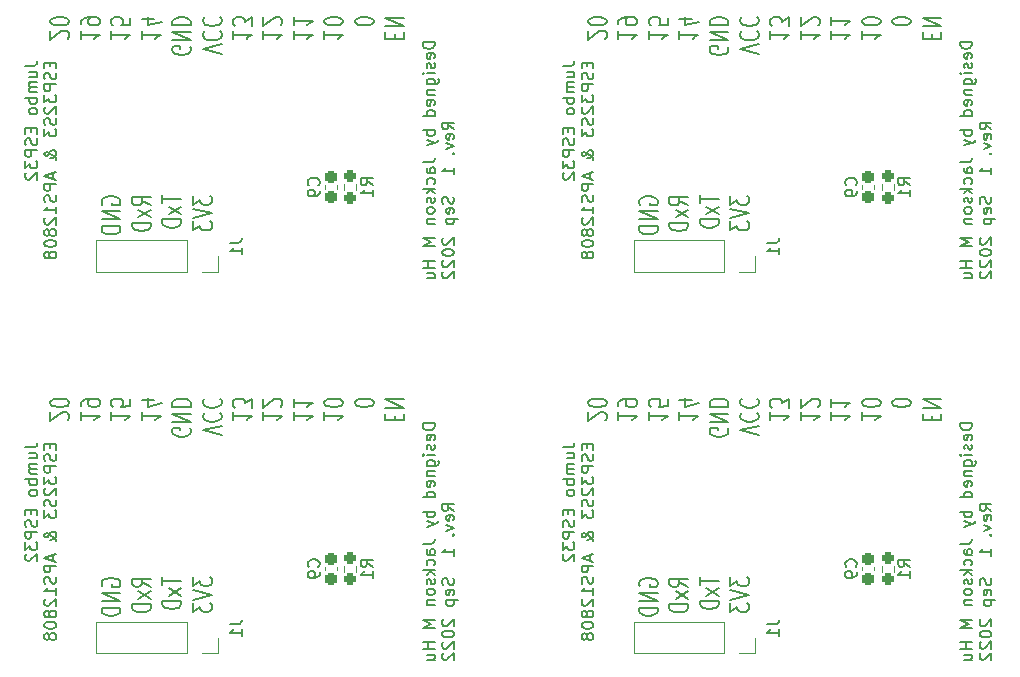
<source format=gbo>
G04 #@! TF.GenerationSoftware,KiCad,Pcbnew,6.0.7-f9a2dced07~116~ubuntu22.04.1*
G04 #@! TF.CreationDate,2022-09-03T23:27:29+10:00*
G04 #@! TF.ProjectId,panel,70616e65-6c2e-46b6-9963-61645f706362,rev?*
G04 #@! TF.SameCoordinates,Original*
G04 #@! TF.FileFunction,Legend,Bot*
G04 #@! TF.FilePolarity,Positive*
%FSLAX46Y46*%
G04 Gerber Fmt 4.6, Leading zero omitted, Abs format (unit mm)*
G04 Created by KiCad (PCBNEW 6.0.7-f9a2dced07~116~ubuntu22.04.1) date 2022-09-03 23:27:29*
%MOMM*%
%LPD*%
G01*
G04 APERTURE LIST*
G04 Aperture macros list*
%AMRoundRect*
0 Rectangle with rounded corners*
0 $1 Rounding radius*
0 $2 $3 $4 $5 $6 $7 $8 $9 X,Y pos of 4 corners*
0 Add a 4 corners polygon primitive as box body*
4,1,4,$2,$3,$4,$5,$6,$7,$8,$9,$2,$3,0*
0 Add four circle primitives for the rounded corners*
1,1,$1+$1,$2,$3*
1,1,$1+$1,$4,$5*
1,1,$1+$1,$6,$7*
1,1,$1+$1,$8,$9*
0 Add four rect primitives between the rounded corners*
20,1,$1+$1,$2,$3,$4,$5,0*
20,1,$1+$1,$4,$5,$6,$7,0*
20,1,$1+$1,$6,$7,$8,$9,0*
20,1,$1+$1,$8,$9,$2,$3,0*%
G04 Aperture macros list end*
%ADD10C,0.160000*%
%ADD11C,0.150000*%
%ADD12C,0.120000*%
%ADD13C,3.000000*%
%ADD14R,1.700000X1.700000*%
%ADD15O,1.700000X1.700000*%
%ADD16RoundRect,0.237500X-0.237500X0.300000X-0.237500X-0.300000X0.237500X-0.300000X0.237500X0.300000X0*%
%ADD17C,1.000000*%
%ADD18RoundRect,0.237500X0.237500X-0.250000X0.237500X0.250000X-0.237500X0.250000X-0.237500X-0.250000X0*%
G04 APERTURE END LIST*
D10*
X93107285Y-32961142D02*
X93107285Y-32561142D01*
X92269190Y-32389714D02*
X92269190Y-32961142D01*
X93869190Y-32961142D01*
X93869190Y-32389714D01*
X92269190Y-31875428D02*
X93869190Y-31875428D01*
X92269190Y-31189714D01*
X93869190Y-31189714D01*
X91293190Y-31532571D02*
X91293190Y-31418285D01*
X91217000Y-31304000D01*
X91140809Y-31246857D01*
X90988428Y-31189714D01*
X90683666Y-31132571D01*
X90302714Y-31132571D01*
X89997952Y-31189714D01*
X89845571Y-31246857D01*
X89769380Y-31304000D01*
X89693190Y-31418285D01*
X89693190Y-31532571D01*
X89769380Y-31646857D01*
X89845571Y-31704000D01*
X89997952Y-31761142D01*
X90302714Y-31818285D01*
X90683666Y-31818285D01*
X90988428Y-31761142D01*
X91140809Y-31704000D01*
X91217000Y-31646857D01*
X91293190Y-31532571D01*
X87117190Y-32275428D02*
X87117190Y-32961142D01*
X87117190Y-32618285D02*
X88717190Y-32618285D01*
X88488619Y-32732571D01*
X88336238Y-32846857D01*
X88260047Y-32961142D01*
X88717190Y-31532571D02*
X88717190Y-31418285D01*
X88641000Y-31304000D01*
X88564809Y-31246857D01*
X88412428Y-31189714D01*
X88107666Y-31132571D01*
X87726714Y-31132571D01*
X87421952Y-31189714D01*
X87269571Y-31246857D01*
X87193380Y-31304000D01*
X87117190Y-31418285D01*
X87117190Y-31532571D01*
X87193380Y-31646857D01*
X87269571Y-31704000D01*
X87421952Y-31761142D01*
X87726714Y-31818285D01*
X88107666Y-31818285D01*
X88412428Y-31761142D01*
X88564809Y-31704000D01*
X88641000Y-31646857D01*
X88717190Y-31532571D01*
X84541190Y-32275428D02*
X84541190Y-32961142D01*
X84541190Y-32618285D02*
X86141190Y-32618285D01*
X85912619Y-32732571D01*
X85760238Y-32846857D01*
X85684047Y-32961142D01*
X84541190Y-31132571D02*
X84541190Y-31818285D01*
X84541190Y-31475428D02*
X86141190Y-31475428D01*
X85912619Y-31589714D01*
X85760238Y-31704000D01*
X85684047Y-31818285D01*
X81965190Y-32275428D02*
X81965190Y-32961142D01*
X81965190Y-32618285D02*
X83565190Y-32618285D01*
X83336619Y-32732571D01*
X83184238Y-32846857D01*
X83108047Y-32961142D01*
X83412809Y-31818285D02*
X83489000Y-31761142D01*
X83565190Y-31646857D01*
X83565190Y-31361142D01*
X83489000Y-31246857D01*
X83412809Y-31189714D01*
X83260428Y-31132571D01*
X83108047Y-31132571D01*
X82879476Y-31189714D01*
X81965190Y-31875428D01*
X81965190Y-31132571D01*
X79389190Y-32275428D02*
X79389190Y-32961142D01*
X79389190Y-32618285D02*
X80989190Y-32618285D01*
X80760619Y-32732571D01*
X80608238Y-32846857D01*
X80532047Y-32961142D01*
X80989190Y-31875428D02*
X80989190Y-31132571D01*
X80379666Y-31532571D01*
X80379666Y-31361142D01*
X80303476Y-31246857D01*
X80227285Y-31189714D01*
X80074904Y-31132571D01*
X79693952Y-31132571D01*
X79541571Y-31189714D01*
X79465380Y-31246857D01*
X79389190Y-31361142D01*
X79389190Y-31704000D01*
X79465380Y-31818285D01*
X79541571Y-31875428D01*
X78413190Y-34218285D02*
X76813190Y-33818285D01*
X78413190Y-33418285D01*
X76965571Y-32332571D02*
X76889380Y-32389714D01*
X76813190Y-32561142D01*
X76813190Y-32675428D01*
X76889380Y-32846857D01*
X77041761Y-32961142D01*
X77194142Y-33018285D01*
X77498904Y-33075428D01*
X77727476Y-33075428D01*
X78032238Y-33018285D01*
X78184619Y-32961142D01*
X78337000Y-32846857D01*
X78413190Y-32675428D01*
X78413190Y-32561142D01*
X78337000Y-32389714D01*
X78260809Y-32332571D01*
X76965571Y-31132571D02*
X76889380Y-31189714D01*
X76813190Y-31361142D01*
X76813190Y-31475428D01*
X76889380Y-31646857D01*
X77041761Y-31761142D01*
X77194142Y-31818285D01*
X77498904Y-31875428D01*
X77727476Y-31875428D01*
X78032238Y-31818285D01*
X78184619Y-31761142D01*
X78337000Y-31646857D01*
X78413190Y-31475428D01*
X78413190Y-31361142D01*
X78337000Y-31189714D01*
X78260809Y-31132571D01*
X75761000Y-33646857D02*
X75837190Y-33761142D01*
X75837190Y-33932571D01*
X75761000Y-34104000D01*
X75608619Y-34218285D01*
X75456238Y-34275428D01*
X75151476Y-34332571D01*
X74922904Y-34332571D01*
X74618142Y-34275428D01*
X74465761Y-34218285D01*
X74313380Y-34104000D01*
X74237190Y-33932571D01*
X74237190Y-33818285D01*
X74313380Y-33646857D01*
X74389571Y-33589714D01*
X74922904Y-33589714D01*
X74922904Y-33818285D01*
X74237190Y-33075428D02*
X75837190Y-33075428D01*
X74237190Y-32389714D01*
X75837190Y-32389714D01*
X74237190Y-31818285D02*
X75837190Y-31818285D01*
X75837190Y-31532571D01*
X75761000Y-31361142D01*
X75608619Y-31246857D01*
X75456238Y-31189714D01*
X75151476Y-31132571D01*
X74922904Y-31132571D01*
X74618142Y-31189714D01*
X74465761Y-31246857D01*
X74313380Y-31361142D01*
X74237190Y-31532571D01*
X74237190Y-31818285D01*
X71661190Y-32275428D02*
X71661190Y-32961142D01*
X71661190Y-32618285D02*
X73261190Y-32618285D01*
X73032619Y-32732571D01*
X72880238Y-32846857D01*
X72804047Y-32961142D01*
X72727857Y-31246857D02*
X71661190Y-31246857D01*
X73337380Y-31532571D02*
X72194523Y-31818285D01*
X72194523Y-31075428D01*
X69085190Y-32275428D02*
X69085190Y-32961142D01*
X69085190Y-32618285D02*
X70685190Y-32618285D01*
X70456619Y-32732571D01*
X70304238Y-32846857D01*
X70228047Y-32961142D01*
X70685190Y-31189714D02*
X70685190Y-31761142D01*
X69923285Y-31818285D01*
X69999476Y-31761142D01*
X70075666Y-31646857D01*
X70075666Y-31361142D01*
X69999476Y-31246857D01*
X69923285Y-31189714D01*
X69770904Y-31132571D01*
X69389952Y-31132571D01*
X69237571Y-31189714D01*
X69161380Y-31246857D01*
X69085190Y-31361142D01*
X69085190Y-31646857D01*
X69161380Y-31761142D01*
X69237571Y-31818285D01*
X66509190Y-32275428D02*
X66509190Y-32961142D01*
X66509190Y-32618285D02*
X68109190Y-32618285D01*
X67880619Y-32732571D01*
X67728238Y-32846857D01*
X67652047Y-32961142D01*
X66509190Y-31704000D02*
X66509190Y-31475428D01*
X66585380Y-31361142D01*
X66661571Y-31304000D01*
X66890142Y-31189714D01*
X67194904Y-31132571D01*
X67804428Y-31132571D01*
X67956809Y-31189714D01*
X68033000Y-31246857D01*
X68109190Y-31361142D01*
X68109190Y-31589714D01*
X68033000Y-31704000D01*
X67956809Y-31761142D01*
X67804428Y-31818285D01*
X67423476Y-31818285D01*
X67271095Y-31761142D01*
X67194904Y-31704000D01*
X67118714Y-31589714D01*
X67118714Y-31361142D01*
X67194904Y-31246857D01*
X67271095Y-31189714D01*
X67423476Y-31132571D01*
X65380809Y-32961142D02*
X65457000Y-32904000D01*
X65533190Y-32789714D01*
X65533190Y-32504000D01*
X65457000Y-32389714D01*
X65380809Y-32332571D01*
X65228428Y-32275428D01*
X65076047Y-32275428D01*
X64847476Y-32332571D01*
X63933190Y-33018285D01*
X63933190Y-32275428D01*
X65533190Y-31532571D02*
X65533190Y-31418285D01*
X65457000Y-31304000D01*
X65380809Y-31246857D01*
X65228428Y-31189714D01*
X64923666Y-31132571D01*
X64542714Y-31132571D01*
X64237952Y-31189714D01*
X64085571Y-31246857D01*
X64009380Y-31304000D01*
X63933190Y-31418285D01*
X63933190Y-31532571D01*
X64009380Y-31646857D01*
X64085571Y-31704000D01*
X64237952Y-31761142D01*
X64542714Y-31818285D01*
X64923666Y-31818285D01*
X65228428Y-31761142D01*
X65380809Y-31704000D01*
X65457000Y-31646857D01*
X65533190Y-31532571D01*
X96452380Y-33225000D02*
X95452380Y-33225000D01*
X95452380Y-33463095D01*
X95500000Y-33605952D01*
X95595238Y-33701190D01*
X95690476Y-33748809D01*
X95880952Y-33796428D01*
X96023809Y-33796428D01*
X96214285Y-33748809D01*
X96309523Y-33701190D01*
X96404761Y-33605952D01*
X96452380Y-33463095D01*
X96452380Y-33225000D01*
X96404761Y-34605952D02*
X96452380Y-34510714D01*
X96452380Y-34320238D01*
X96404761Y-34225000D01*
X96309523Y-34177380D01*
X95928571Y-34177380D01*
X95833333Y-34225000D01*
X95785714Y-34320238D01*
X95785714Y-34510714D01*
X95833333Y-34605952D01*
X95928571Y-34653571D01*
X96023809Y-34653571D01*
X96119047Y-34177380D01*
X96404761Y-35034523D02*
X96452380Y-35129761D01*
X96452380Y-35320238D01*
X96404761Y-35415476D01*
X96309523Y-35463095D01*
X96261904Y-35463095D01*
X96166666Y-35415476D01*
X96119047Y-35320238D01*
X96119047Y-35177380D01*
X96071428Y-35082142D01*
X95976190Y-35034523D01*
X95928571Y-35034523D01*
X95833333Y-35082142D01*
X95785714Y-35177380D01*
X95785714Y-35320238D01*
X95833333Y-35415476D01*
X96452380Y-35891666D02*
X95785714Y-35891666D01*
X95452380Y-35891666D02*
X95500000Y-35844047D01*
X95547619Y-35891666D01*
X95500000Y-35939285D01*
X95452380Y-35891666D01*
X95547619Y-35891666D01*
X95785714Y-36796428D02*
X96595238Y-36796428D01*
X96690476Y-36748809D01*
X96738095Y-36701190D01*
X96785714Y-36605952D01*
X96785714Y-36463095D01*
X96738095Y-36367857D01*
X96404761Y-36796428D02*
X96452380Y-36701190D01*
X96452380Y-36510714D01*
X96404761Y-36415476D01*
X96357142Y-36367857D01*
X96261904Y-36320238D01*
X95976190Y-36320238D01*
X95880952Y-36367857D01*
X95833333Y-36415476D01*
X95785714Y-36510714D01*
X95785714Y-36701190D01*
X95833333Y-36796428D01*
X95785714Y-37272619D02*
X96452380Y-37272619D01*
X95880952Y-37272619D02*
X95833333Y-37320238D01*
X95785714Y-37415476D01*
X95785714Y-37558333D01*
X95833333Y-37653571D01*
X95928571Y-37701190D01*
X96452380Y-37701190D01*
X96404761Y-38558333D02*
X96452380Y-38463095D01*
X96452380Y-38272619D01*
X96404761Y-38177380D01*
X96309523Y-38129761D01*
X95928571Y-38129761D01*
X95833333Y-38177380D01*
X95785714Y-38272619D01*
X95785714Y-38463095D01*
X95833333Y-38558333D01*
X95928571Y-38605952D01*
X96023809Y-38605952D01*
X96119047Y-38129761D01*
X96452380Y-39463095D02*
X95452380Y-39463095D01*
X96404761Y-39463095D02*
X96452380Y-39367857D01*
X96452380Y-39177380D01*
X96404761Y-39082142D01*
X96357142Y-39034523D01*
X96261904Y-38986904D01*
X95976190Y-38986904D01*
X95880952Y-39034523D01*
X95833333Y-39082142D01*
X95785714Y-39177380D01*
X95785714Y-39367857D01*
X95833333Y-39463095D01*
X96452380Y-40701190D02*
X95452380Y-40701190D01*
X95833333Y-40701190D02*
X95785714Y-40796428D01*
X95785714Y-40986904D01*
X95833333Y-41082142D01*
X95880952Y-41129761D01*
X95976190Y-41177380D01*
X96261904Y-41177380D01*
X96357142Y-41129761D01*
X96404761Y-41082142D01*
X96452380Y-40986904D01*
X96452380Y-40796428D01*
X96404761Y-40701190D01*
X95785714Y-41510714D02*
X96452380Y-41748809D01*
X95785714Y-41986904D02*
X96452380Y-41748809D01*
X96690476Y-41653571D01*
X96738095Y-41605952D01*
X96785714Y-41510714D01*
X95452380Y-43415476D02*
X96166666Y-43415476D01*
X96309523Y-43367857D01*
X96404761Y-43272619D01*
X96452380Y-43129761D01*
X96452380Y-43034523D01*
X96452380Y-44320238D02*
X95928571Y-44320238D01*
X95833333Y-44272619D01*
X95785714Y-44177380D01*
X95785714Y-43986904D01*
X95833333Y-43891666D01*
X96404761Y-44320238D02*
X96452380Y-44225000D01*
X96452380Y-43986904D01*
X96404761Y-43891666D01*
X96309523Y-43844047D01*
X96214285Y-43844047D01*
X96119047Y-43891666D01*
X96071428Y-43986904D01*
X96071428Y-44225000D01*
X96023809Y-44320238D01*
X96404761Y-45225000D02*
X96452380Y-45129761D01*
X96452380Y-44939285D01*
X96404761Y-44844047D01*
X96357142Y-44796428D01*
X96261904Y-44748809D01*
X95976190Y-44748809D01*
X95880952Y-44796428D01*
X95833333Y-44844047D01*
X95785714Y-44939285D01*
X95785714Y-45129761D01*
X95833333Y-45225000D01*
X96452380Y-45653571D02*
X95452380Y-45653571D01*
X96071428Y-45748809D02*
X96452380Y-46034523D01*
X95785714Y-46034523D02*
X96166666Y-45653571D01*
X96404761Y-46415476D02*
X96452380Y-46510714D01*
X96452380Y-46701190D01*
X96404761Y-46796428D01*
X96309523Y-46844047D01*
X96261904Y-46844047D01*
X96166666Y-46796428D01*
X96119047Y-46701190D01*
X96119047Y-46558333D01*
X96071428Y-46463095D01*
X95976190Y-46415476D01*
X95928571Y-46415476D01*
X95833333Y-46463095D01*
X95785714Y-46558333D01*
X95785714Y-46701190D01*
X95833333Y-46796428D01*
X96452380Y-47415476D02*
X96404761Y-47320238D01*
X96357142Y-47272619D01*
X96261904Y-47225000D01*
X95976190Y-47225000D01*
X95880952Y-47272619D01*
X95833333Y-47320238D01*
X95785714Y-47415476D01*
X95785714Y-47558333D01*
X95833333Y-47653571D01*
X95880952Y-47701190D01*
X95976190Y-47748809D01*
X96261904Y-47748809D01*
X96357142Y-47701190D01*
X96404761Y-47653571D01*
X96452380Y-47558333D01*
X96452380Y-47415476D01*
X95785714Y-48177380D02*
X96452380Y-48177380D01*
X95880952Y-48177380D02*
X95833333Y-48225000D01*
X95785714Y-48320238D01*
X95785714Y-48463095D01*
X95833333Y-48558333D01*
X95928571Y-48605952D01*
X96452380Y-48605952D01*
X96452380Y-49844047D02*
X95452380Y-49844047D01*
X96166666Y-50177380D01*
X95452380Y-50510714D01*
X96452380Y-50510714D01*
X96452380Y-51748809D02*
X95452380Y-51748809D01*
X95928571Y-51748809D02*
X95928571Y-52320238D01*
X96452380Y-52320238D02*
X95452380Y-52320238D01*
X95785714Y-53225000D02*
X96452380Y-53225000D01*
X95785714Y-52796428D02*
X96309523Y-52796428D01*
X96404761Y-52844047D01*
X96452380Y-52939285D01*
X96452380Y-53082142D01*
X96404761Y-53177380D01*
X96357142Y-53225000D01*
X47607285Y-32961142D02*
X47607285Y-32561142D01*
X46769190Y-32389714D02*
X46769190Y-32961142D01*
X48369190Y-32961142D01*
X48369190Y-32389714D01*
X46769190Y-31875428D02*
X48369190Y-31875428D01*
X46769190Y-31189714D01*
X48369190Y-31189714D01*
X45793190Y-31532571D02*
X45793190Y-31418285D01*
X45717000Y-31304000D01*
X45640809Y-31246857D01*
X45488428Y-31189714D01*
X45183666Y-31132571D01*
X44802714Y-31132571D01*
X44497952Y-31189714D01*
X44345571Y-31246857D01*
X44269380Y-31304000D01*
X44193190Y-31418285D01*
X44193190Y-31532571D01*
X44269380Y-31646857D01*
X44345571Y-31704000D01*
X44497952Y-31761142D01*
X44802714Y-31818285D01*
X45183666Y-31818285D01*
X45488428Y-31761142D01*
X45640809Y-31704000D01*
X45717000Y-31646857D01*
X45793190Y-31532571D01*
X41617190Y-32275428D02*
X41617190Y-32961142D01*
X41617190Y-32618285D02*
X43217190Y-32618285D01*
X42988619Y-32732571D01*
X42836238Y-32846857D01*
X42760047Y-32961142D01*
X43217190Y-31532571D02*
X43217190Y-31418285D01*
X43141000Y-31304000D01*
X43064809Y-31246857D01*
X42912428Y-31189714D01*
X42607666Y-31132571D01*
X42226714Y-31132571D01*
X41921952Y-31189714D01*
X41769571Y-31246857D01*
X41693380Y-31304000D01*
X41617190Y-31418285D01*
X41617190Y-31532571D01*
X41693380Y-31646857D01*
X41769571Y-31704000D01*
X41921952Y-31761142D01*
X42226714Y-31818285D01*
X42607666Y-31818285D01*
X42912428Y-31761142D01*
X43064809Y-31704000D01*
X43141000Y-31646857D01*
X43217190Y-31532571D01*
X39041190Y-32275428D02*
X39041190Y-32961142D01*
X39041190Y-32618285D02*
X40641190Y-32618285D01*
X40412619Y-32732571D01*
X40260238Y-32846857D01*
X40184047Y-32961142D01*
X39041190Y-31132571D02*
X39041190Y-31818285D01*
X39041190Y-31475428D02*
X40641190Y-31475428D01*
X40412619Y-31589714D01*
X40260238Y-31704000D01*
X40184047Y-31818285D01*
X36465190Y-32275428D02*
X36465190Y-32961142D01*
X36465190Y-32618285D02*
X38065190Y-32618285D01*
X37836619Y-32732571D01*
X37684238Y-32846857D01*
X37608047Y-32961142D01*
X37912809Y-31818285D02*
X37989000Y-31761142D01*
X38065190Y-31646857D01*
X38065190Y-31361142D01*
X37989000Y-31246857D01*
X37912809Y-31189714D01*
X37760428Y-31132571D01*
X37608047Y-31132571D01*
X37379476Y-31189714D01*
X36465190Y-31875428D01*
X36465190Y-31132571D01*
X33889190Y-32275428D02*
X33889190Y-32961142D01*
X33889190Y-32618285D02*
X35489190Y-32618285D01*
X35260619Y-32732571D01*
X35108238Y-32846857D01*
X35032047Y-32961142D01*
X35489190Y-31875428D02*
X35489190Y-31132571D01*
X34879666Y-31532571D01*
X34879666Y-31361142D01*
X34803476Y-31246857D01*
X34727285Y-31189714D01*
X34574904Y-31132571D01*
X34193952Y-31132571D01*
X34041571Y-31189714D01*
X33965380Y-31246857D01*
X33889190Y-31361142D01*
X33889190Y-31704000D01*
X33965380Y-31818285D01*
X34041571Y-31875428D01*
X32913190Y-34218285D02*
X31313190Y-33818285D01*
X32913190Y-33418285D01*
X31465571Y-32332571D02*
X31389380Y-32389714D01*
X31313190Y-32561142D01*
X31313190Y-32675428D01*
X31389380Y-32846857D01*
X31541761Y-32961142D01*
X31694142Y-33018285D01*
X31998904Y-33075428D01*
X32227476Y-33075428D01*
X32532238Y-33018285D01*
X32684619Y-32961142D01*
X32837000Y-32846857D01*
X32913190Y-32675428D01*
X32913190Y-32561142D01*
X32837000Y-32389714D01*
X32760809Y-32332571D01*
X31465571Y-31132571D02*
X31389380Y-31189714D01*
X31313190Y-31361142D01*
X31313190Y-31475428D01*
X31389380Y-31646857D01*
X31541761Y-31761142D01*
X31694142Y-31818285D01*
X31998904Y-31875428D01*
X32227476Y-31875428D01*
X32532238Y-31818285D01*
X32684619Y-31761142D01*
X32837000Y-31646857D01*
X32913190Y-31475428D01*
X32913190Y-31361142D01*
X32837000Y-31189714D01*
X32760809Y-31132571D01*
X30261000Y-33646857D02*
X30337190Y-33761142D01*
X30337190Y-33932571D01*
X30261000Y-34104000D01*
X30108619Y-34218285D01*
X29956238Y-34275428D01*
X29651476Y-34332571D01*
X29422904Y-34332571D01*
X29118142Y-34275428D01*
X28965761Y-34218285D01*
X28813380Y-34104000D01*
X28737190Y-33932571D01*
X28737190Y-33818285D01*
X28813380Y-33646857D01*
X28889571Y-33589714D01*
X29422904Y-33589714D01*
X29422904Y-33818285D01*
X28737190Y-33075428D02*
X30337190Y-33075428D01*
X28737190Y-32389714D01*
X30337190Y-32389714D01*
X28737190Y-31818285D02*
X30337190Y-31818285D01*
X30337190Y-31532571D01*
X30261000Y-31361142D01*
X30108619Y-31246857D01*
X29956238Y-31189714D01*
X29651476Y-31132571D01*
X29422904Y-31132571D01*
X29118142Y-31189714D01*
X28965761Y-31246857D01*
X28813380Y-31361142D01*
X28737190Y-31532571D01*
X28737190Y-31818285D01*
X26161190Y-32275428D02*
X26161190Y-32961142D01*
X26161190Y-32618285D02*
X27761190Y-32618285D01*
X27532619Y-32732571D01*
X27380238Y-32846857D01*
X27304047Y-32961142D01*
X27227857Y-31246857D02*
X26161190Y-31246857D01*
X27837380Y-31532571D02*
X26694523Y-31818285D01*
X26694523Y-31075428D01*
X23585190Y-32275428D02*
X23585190Y-32961142D01*
X23585190Y-32618285D02*
X25185190Y-32618285D01*
X24956619Y-32732571D01*
X24804238Y-32846857D01*
X24728047Y-32961142D01*
X25185190Y-31189714D02*
X25185190Y-31761142D01*
X24423285Y-31818285D01*
X24499476Y-31761142D01*
X24575666Y-31646857D01*
X24575666Y-31361142D01*
X24499476Y-31246857D01*
X24423285Y-31189714D01*
X24270904Y-31132571D01*
X23889952Y-31132571D01*
X23737571Y-31189714D01*
X23661380Y-31246857D01*
X23585190Y-31361142D01*
X23585190Y-31646857D01*
X23661380Y-31761142D01*
X23737571Y-31818285D01*
X21009190Y-32275428D02*
X21009190Y-32961142D01*
X21009190Y-32618285D02*
X22609190Y-32618285D01*
X22380619Y-32732571D01*
X22228238Y-32846857D01*
X22152047Y-32961142D01*
X21009190Y-31704000D02*
X21009190Y-31475428D01*
X21085380Y-31361142D01*
X21161571Y-31304000D01*
X21390142Y-31189714D01*
X21694904Y-31132571D01*
X22304428Y-31132571D01*
X22456809Y-31189714D01*
X22533000Y-31246857D01*
X22609190Y-31361142D01*
X22609190Y-31589714D01*
X22533000Y-31704000D01*
X22456809Y-31761142D01*
X22304428Y-31818285D01*
X21923476Y-31818285D01*
X21771095Y-31761142D01*
X21694904Y-31704000D01*
X21618714Y-31589714D01*
X21618714Y-31361142D01*
X21694904Y-31246857D01*
X21771095Y-31189714D01*
X21923476Y-31132571D01*
X19880809Y-32961142D02*
X19957000Y-32904000D01*
X20033190Y-32789714D01*
X20033190Y-32504000D01*
X19957000Y-32389714D01*
X19880809Y-32332571D01*
X19728428Y-32275428D01*
X19576047Y-32275428D01*
X19347476Y-32332571D01*
X18433190Y-33018285D01*
X18433190Y-32275428D01*
X20033190Y-31532571D02*
X20033190Y-31418285D01*
X19957000Y-31304000D01*
X19880809Y-31246857D01*
X19728428Y-31189714D01*
X19423666Y-31132571D01*
X19042714Y-31132571D01*
X18737952Y-31189714D01*
X18585571Y-31246857D01*
X18509380Y-31304000D01*
X18433190Y-31418285D01*
X18433190Y-31532571D01*
X18509380Y-31646857D01*
X18585571Y-31704000D01*
X18737952Y-31761142D01*
X19042714Y-31818285D01*
X19423666Y-31818285D01*
X19728428Y-31761142D01*
X19880809Y-31704000D01*
X19957000Y-31646857D01*
X20033190Y-31532571D01*
X61797380Y-35252809D02*
X62511666Y-35252809D01*
X62654523Y-35205190D01*
X62749761Y-35109952D01*
X62797380Y-34967095D01*
X62797380Y-34871857D01*
X62130714Y-36157571D02*
X62797380Y-36157571D01*
X62130714Y-35729000D02*
X62654523Y-35729000D01*
X62749761Y-35776619D01*
X62797380Y-35871857D01*
X62797380Y-36014714D01*
X62749761Y-36109952D01*
X62702142Y-36157571D01*
X62797380Y-36633761D02*
X62130714Y-36633761D01*
X62225952Y-36633761D02*
X62178333Y-36681380D01*
X62130714Y-36776619D01*
X62130714Y-36919476D01*
X62178333Y-37014714D01*
X62273571Y-37062333D01*
X62797380Y-37062333D01*
X62273571Y-37062333D02*
X62178333Y-37109952D01*
X62130714Y-37205190D01*
X62130714Y-37348047D01*
X62178333Y-37443285D01*
X62273571Y-37490904D01*
X62797380Y-37490904D01*
X62797380Y-37967095D02*
X61797380Y-37967095D01*
X62178333Y-37967095D02*
X62130714Y-38062333D01*
X62130714Y-38252809D01*
X62178333Y-38348047D01*
X62225952Y-38395666D01*
X62321190Y-38443285D01*
X62606904Y-38443285D01*
X62702142Y-38395666D01*
X62749761Y-38348047D01*
X62797380Y-38252809D01*
X62797380Y-38062333D01*
X62749761Y-37967095D01*
X62797380Y-39014714D02*
X62749761Y-38919476D01*
X62702142Y-38871857D01*
X62606904Y-38824238D01*
X62321190Y-38824238D01*
X62225952Y-38871857D01*
X62178333Y-38919476D01*
X62130714Y-39014714D01*
X62130714Y-39157571D01*
X62178333Y-39252809D01*
X62225952Y-39300428D01*
X62321190Y-39348047D01*
X62606904Y-39348047D01*
X62702142Y-39300428D01*
X62749761Y-39252809D01*
X62797380Y-39157571D01*
X62797380Y-39014714D01*
X62273571Y-40538523D02*
X62273571Y-40871857D01*
X62797380Y-41014714D02*
X62797380Y-40538523D01*
X61797380Y-40538523D01*
X61797380Y-41014714D01*
X62749761Y-41395666D02*
X62797380Y-41538523D01*
X62797380Y-41776619D01*
X62749761Y-41871857D01*
X62702142Y-41919476D01*
X62606904Y-41967095D01*
X62511666Y-41967095D01*
X62416428Y-41919476D01*
X62368809Y-41871857D01*
X62321190Y-41776619D01*
X62273571Y-41586142D01*
X62225952Y-41490904D01*
X62178333Y-41443285D01*
X62083095Y-41395666D01*
X61987857Y-41395666D01*
X61892619Y-41443285D01*
X61845000Y-41490904D01*
X61797380Y-41586142D01*
X61797380Y-41824238D01*
X61845000Y-41967095D01*
X62797380Y-42395666D02*
X61797380Y-42395666D01*
X61797380Y-42776619D01*
X61845000Y-42871857D01*
X61892619Y-42919476D01*
X61987857Y-42967095D01*
X62130714Y-42967095D01*
X62225952Y-42919476D01*
X62273571Y-42871857D01*
X62321190Y-42776619D01*
X62321190Y-42395666D01*
X61797380Y-43300428D02*
X61797380Y-43919476D01*
X62178333Y-43586142D01*
X62178333Y-43729000D01*
X62225952Y-43824238D01*
X62273571Y-43871857D01*
X62368809Y-43919476D01*
X62606904Y-43919476D01*
X62702142Y-43871857D01*
X62749761Y-43824238D01*
X62797380Y-43729000D01*
X62797380Y-43443285D01*
X62749761Y-43348047D01*
X62702142Y-43300428D01*
X61892619Y-44300428D02*
X61845000Y-44348047D01*
X61797380Y-44443285D01*
X61797380Y-44681380D01*
X61845000Y-44776619D01*
X61892619Y-44824238D01*
X61987857Y-44871857D01*
X62083095Y-44871857D01*
X62225952Y-44824238D01*
X62797380Y-44252809D01*
X62797380Y-44871857D01*
X63883571Y-34967095D02*
X63883571Y-35300428D01*
X64407380Y-35443285D02*
X64407380Y-34967095D01*
X63407380Y-34967095D01*
X63407380Y-35443285D01*
X64359761Y-35824238D02*
X64407380Y-35967095D01*
X64407380Y-36205190D01*
X64359761Y-36300428D01*
X64312142Y-36348047D01*
X64216904Y-36395666D01*
X64121666Y-36395666D01*
X64026428Y-36348047D01*
X63978809Y-36300428D01*
X63931190Y-36205190D01*
X63883571Y-36014714D01*
X63835952Y-35919476D01*
X63788333Y-35871857D01*
X63693095Y-35824238D01*
X63597857Y-35824238D01*
X63502619Y-35871857D01*
X63455000Y-35919476D01*
X63407380Y-36014714D01*
X63407380Y-36252809D01*
X63455000Y-36395666D01*
X64407380Y-36824238D02*
X63407380Y-36824238D01*
X63407380Y-37205190D01*
X63455000Y-37300428D01*
X63502619Y-37348047D01*
X63597857Y-37395666D01*
X63740714Y-37395666D01*
X63835952Y-37348047D01*
X63883571Y-37300428D01*
X63931190Y-37205190D01*
X63931190Y-36824238D01*
X63407380Y-37729000D02*
X63407380Y-38348047D01*
X63788333Y-38014714D01*
X63788333Y-38157571D01*
X63835952Y-38252809D01*
X63883571Y-38300428D01*
X63978809Y-38348047D01*
X64216904Y-38348047D01*
X64312142Y-38300428D01*
X64359761Y-38252809D01*
X64407380Y-38157571D01*
X64407380Y-37871857D01*
X64359761Y-37776619D01*
X64312142Y-37729000D01*
X63502619Y-38728999D02*
X63455000Y-38776619D01*
X63407380Y-38871857D01*
X63407380Y-39109952D01*
X63455000Y-39205190D01*
X63502619Y-39252809D01*
X63597857Y-39300428D01*
X63693095Y-39300428D01*
X63835952Y-39252809D01*
X64407380Y-38681380D01*
X64407380Y-39300428D01*
X64359761Y-39681380D02*
X64407380Y-39824238D01*
X64407380Y-40062333D01*
X64359761Y-40157571D01*
X64312142Y-40205190D01*
X64216904Y-40252809D01*
X64121666Y-40252809D01*
X64026428Y-40205190D01*
X63978809Y-40157571D01*
X63931190Y-40062333D01*
X63883571Y-39871857D01*
X63835952Y-39776619D01*
X63788333Y-39728999D01*
X63693095Y-39681380D01*
X63597857Y-39681380D01*
X63502619Y-39728999D01*
X63455000Y-39776619D01*
X63407380Y-39871857D01*
X63407380Y-40109952D01*
X63455000Y-40252809D01*
X63407380Y-40586142D02*
X63407380Y-41205190D01*
X63788333Y-40871857D01*
X63788333Y-41014714D01*
X63835952Y-41109952D01*
X63883571Y-41157571D01*
X63978809Y-41205190D01*
X64216904Y-41205190D01*
X64312142Y-41157571D01*
X64359761Y-41109952D01*
X64407380Y-41014714D01*
X64407380Y-40728999D01*
X64359761Y-40633761D01*
X64312142Y-40586142D01*
X64407380Y-43205190D02*
X64407380Y-43157571D01*
X64359761Y-43062333D01*
X64216904Y-42919476D01*
X63931190Y-42681380D01*
X63788333Y-42586142D01*
X63645476Y-42538523D01*
X63550238Y-42538523D01*
X63455000Y-42586142D01*
X63407380Y-42681380D01*
X63407380Y-42728999D01*
X63455000Y-42824238D01*
X63550238Y-42871857D01*
X63597857Y-42871857D01*
X63693095Y-42824238D01*
X63740714Y-42776619D01*
X63931190Y-42490904D01*
X63978809Y-42443285D01*
X64074047Y-42395666D01*
X64216904Y-42395666D01*
X64312142Y-42443285D01*
X64359761Y-42490904D01*
X64407380Y-42586142D01*
X64407380Y-42728999D01*
X64359761Y-42824238D01*
X64312142Y-42871857D01*
X64121666Y-43014714D01*
X63978809Y-43062333D01*
X63883571Y-43062333D01*
X64121666Y-44348047D02*
X64121666Y-44824238D01*
X64407380Y-44252809D02*
X63407380Y-44586142D01*
X64407380Y-44919476D01*
X64407380Y-45252809D02*
X63407380Y-45252809D01*
X63407380Y-45633761D01*
X63455000Y-45728999D01*
X63502619Y-45776619D01*
X63597857Y-45824238D01*
X63740714Y-45824238D01*
X63835952Y-45776619D01*
X63883571Y-45728999D01*
X63931190Y-45633761D01*
X63931190Y-45252809D01*
X64359761Y-46205190D02*
X64407380Y-46348047D01*
X64407380Y-46586142D01*
X64359761Y-46681380D01*
X64312142Y-46728999D01*
X64216904Y-46776619D01*
X64121666Y-46776619D01*
X64026428Y-46728999D01*
X63978809Y-46681380D01*
X63931190Y-46586142D01*
X63883571Y-46395666D01*
X63835952Y-46300428D01*
X63788333Y-46252809D01*
X63693095Y-46205190D01*
X63597857Y-46205190D01*
X63502619Y-46252809D01*
X63455000Y-46300428D01*
X63407380Y-46395666D01*
X63407380Y-46633761D01*
X63455000Y-46776619D01*
X64407380Y-47728999D02*
X64407380Y-47157571D01*
X64407380Y-47443285D02*
X63407380Y-47443285D01*
X63550238Y-47348047D01*
X63645476Y-47252809D01*
X63693095Y-47157571D01*
X63502619Y-48109952D02*
X63455000Y-48157571D01*
X63407380Y-48252809D01*
X63407380Y-48490904D01*
X63455000Y-48586142D01*
X63502619Y-48633761D01*
X63597857Y-48681380D01*
X63693095Y-48681380D01*
X63835952Y-48633761D01*
X64407380Y-48062333D01*
X64407380Y-48681380D01*
X63835952Y-49252809D02*
X63788333Y-49157571D01*
X63740714Y-49109952D01*
X63645476Y-49062333D01*
X63597857Y-49062333D01*
X63502619Y-49109952D01*
X63455000Y-49157571D01*
X63407380Y-49252809D01*
X63407380Y-49443285D01*
X63455000Y-49538523D01*
X63502619Y-49586142D01*
X63597857Y-49633761D01*
X63645476Y-49633761D01*
X63740714Y-49586142D01*
X63788333Y-49538523D01*
X63835952Y-49443285D01*
X63835952Y-49252809D01*
X63883571Y-49157571D01*
X63931190Y-49109952D01*
X64026428Y-49062333D01*
X64216904Y-49062333D01*
X64312142Y-49109952D01*
X64359761Y-49157571D01*
X64407380Y-49252809D01*
X64407380Y-49443285D01*
X64359761Y-49538523D01*
X64312142Y-49586142D01*
X64216904Y-49633761D01*
X64026428Y-49633761D01*
X63931190Y-49586142D01*
X63883571Y-49538523D01*
X63835952Y-49443285D01*
X63407380Y-50252809D02*
X63407380Y-50348047D01*
X63455000Y-50443285D01*
X63502619Y-50490904D01*
X63597857Y-50538523D01*
X63788333Y-50586142D01*
X64026428Y-50586142D01*
X64216904Y-50538523D01*
X64312142Y-50490904D01*
X64359761Y-50443285D01*
X64407380Y-50348047D01*
X64407380Y-50252809D01*
X64359761Y-50157571D01*
X64312142Y-50109952D01*
X64216904Y-50062333D01*
X64026428Y-50014714D01*
X63788333Y-50014714D01*
X63597857Y-50062333D01*
X63502619Y-50109952D01*
X63455000Y-50157571D01*
X63407380Y-50252809D01*
X63835952Y-51157571D02*
X63788333Y-51062333D01*
X63740714Y-51014714D01*
X63645476Y-50967095D01*
X63597857Y-50967095D01*
X63502619Y-51014714D01*
X63455000Y-51062333D01*
X63407380Y-51157571D01*
X63407380Y-51348047D01*
X63455000Y-51443285D01*
X63502619Y-51490904D01*
X63597857Y-51538523D01*
X63645476Y-51538523D01*
X63740714Y-51490904D01*
X63788333Y-51443285D01*
X63835952Y-51348047D01*
X63835952Y-51157571D01*
X63883571Y-51062333D01*
X63931190Y-51014714D01*
X64026428Y-50967095D01*
X64216904Y-50967095D01*
X64312142Y-51014714D01*
X64359761Y-51062333D01*
X64407380Y-51157571D01*
X64407380Y-51348047D01*
X64359761Y-51443285D01*
X64312142Y-51490904D01*
X64216904Y-51538523D01*
X64026428Y-51538523D01*
X63931190Y-51490904D01*
X63883571Y-51443285D01*
X63835952Y-51348047D01*
X50952380Y-33225000D02*
X49952380Y-33225000D01*
X49952380Y-33463095D01*
X50000000Y-33605952D01*
X50095238Y-33701190D01*
X50190476Y-33748809D01*
X50380952Y-33796428D01*
X50523809Y-33796428D01*
X50714285Y-33748809D01*
X50809523Y-33701190D01*
X50904761Y-33605952D01*
X50952380Y-33463095D01*
X50952380Y-33225000D01*
X50904761Y-34605952D02*
X50952380Y-34510714D01*
X50952380Y-34320238D01*
X50904761Y-34225000D01*
X50809523Y-34177380D01*
X50428571Y-34177380D01*
X50333333Y-34225000D01*
X50285714Y-34320238D01*
X50285714Y-34510714D01*
X50333333Y-34605952D01*
X50428571Y-34653571D01*
X50523809Y-34653571D01*
X50619047Y-34177380D01*
X50904761Y-35034523D02*
X50952380Y-35129761D01*
X50952380Y-35320238D01*
X50904761Y-35415476D01*
X50809523Y-35463095D01*
X50761904Y-35463095D01*
X50666666Y-35415476D01*
X50619047Y-35320238D01*
X50619047Y-35177380D01*
X50571428Y-35082142D01*
X50476190Y-35034523D01*
X50428571Y-35034523D01*
X50333333Y-35082142D01*
X50285714Y-35177380D01*
X50285714Y-35320238D01*
X50333333Y-35415476D01*
X50952380Y-35891666D02*
X50285714Y-35891666D01*
X49952380Y-35891666D02*
X50000000Y-35844047D01*
X50047619Y-35891666D01*
X50000000Y-35939285D01*
X49952380Y-35891666D01*
X50047619Y-35891666D01*
X50285714Y-36796428D02*
X51095238Y-36796428D01*
X51190476Y-36748809D01*
X51238095Y-36701190D01*
X51285714Y-36605952D01*
X51285714Y-36463095D01*
X51238095Y-36367857D01*
X50904761Y-36796428D02*
X50952380Y-36701190D01*
X50952380Y-36510714D01*
X50904761Y-36415476D01*
X50857142Y-36367857D01*
X50761904Y-36320238D01*
X50476190Y-36320238D01*
X50380952Y-36367857D01*
X50333333Y-36415476D01*
X50285714Y-36510714D01*
X50285714Y-36701190D01*
X50333333Y-36796428D01*
X50285714Y-37272619D02*
X50952380Y-37272619D01*
X50380952Y-37272619D02*
X50333333Y-37320238D01*
X50285714Y-37415476D01*
X50285714Y-37558333D01*
X50333333Y-37653571D01*
X50428571Y-37701190D01*
X50952380Y-37701190D01*
X50904761Y-38558333D02*
X50952380Y-38463095D01*
X50952380Y-38272619D01*
X50904761Y-38177380D01*
X50809523Y-38129761D01*
X50428571Y-38129761D01*
X50333333Y-38177380D01*
X50285714Y-38272619D01*
X50285714Y-38463095D01*
X50333333Y-38558333D01*
X50428571Y-38605952D01*
X50523809Y-38605952D01*
X50619047Y-38129761D01*
X50952380Y-39463095D02*
X49952380Y-39463095D01*
X50904761Y-39463095D02*
X50952380Y-39367857D01*
X50952380Y-39177380D01*
X50904761Y-39082142D01*
X50857142Y-39034523D01*
X50761904Y-38986904D01*
X50476190Y-38986904D01*
X50380952Y-39034523D01*
X50333333Y-39082142D01*
X50285714Y-39177380D01*
X50285714Y-39367857D01*
X50333333Y-39463095D01*
X50952380Y-40701190D02*
X49952380Y-40701190D01*
X50333333Y-40701190D02*
X50285714Y-40796428D01*
X50285714Y-40986904D01*
X50333333Y-41082142D01*
X50380952Y-41129761D01*
X50476190Y-41177380D01*
X50761904Y-41177380D01*
X50857142Y-41129761D01*
X50904761Y-41082142D01*
X50952380Y-40986904D01*
X50952380Y-40796428D01*
X50904761Y-40701190D01*
X50285714Y-41510714D02*
X50952380Y-41748809D01*
X50285714Y-41986904D02*
X50952380Y-41748809D01*
X51190476Y-41653571D01*
X51238095Y-41605952D01*
X51285714Y-41510714D01*
X49952380Y-43415476D02*
X50666666Y-43415476D01*
X50809523Y-43367857D01*
X50904761Y-43272619D01*
X50952380Y-43129761D01*
X50952380Y-43034523D01*
X50952380Y-44320238D02*
X50428571Y-44320238D01*
X50333333Y-44272619D01*
X50285714Y-44177380D01*
X50285714Y-43986904D01*
X50333333Y-43891666D01*
X50904761Y-44320238D02*
X50952380Y-44224999D01*
X50952380Y-43986904D01*
X50904761Y-43891666D01*
X50809523Y-43844047D01*
X50714285Y-43844047D01*
X50619047Y-43891666D01*
X50571428Y-43986904D01*
X50571428Y-44224999D01*
X50523809Y-44320238D01*
X50904761Y-45224999D02*
X50952380Y-45129761D01*
X50952380Y-44939285D01*
X50904761Y-44844047D01*
X50857142Y-44796428D01*
X50761904Y-44748809D01*
X50476190Y-44748809D01*
X50380952Y-44796428D01*
X50333333Y-44844047D01*
X50285714Y-44939285D01*
X50285714Y-45129761D01*
X50333333Y-45224999D01*
X50952380Y-45653571D02*
X49952380Y-45653571D01*
X50571428Y-45748809D02*
X50952380Y-46034523D01*
X50285714Y-46034523D02*
X50666666Y-45653571D01*
X50904761Y-46415476D02*
X50952380Y-46510714D01*
X50952380Y-46701190D01*
X50904761Y-46796428D01*
X50809523Y-46844047D01*
X50761904Y-46844047D01*
X50666666Y-46796428D01*
X50619047Y-46701190D01*
X50619047Y-46558333D01*
X50571428Y-46463095D01*
X50476190Y-46415476D01*
X50428571Y-46415476D01*
X50333333Y-46463095D01*
X50285714Y-46558333D01*
X50285714Y-46701190D01*
X50333333Y-46796428D01*
X50952380Y-47415476D02*
X50904761Y-47320238D01*
X50857142Y-47272619D01*
X50761904Y-47224999D01*
X50476190Y-47224999D01*
X50380952Y-47272619D01*
X50333333Y-47320238D01*
X50285714Y-47415476D01*
X50285714Y-47558333D01*
X50333333Y-47653571D01*
X50380952Y-47701190D01*
X50476190Y-47748809D01*
X50761904Y-47748809D01*
X50857142Y-47701190D01*
X50904761Y-47653571D01*
X50952380Y-47558333D01*
X50952380Y-47415476D01*
X50285714Y-48177380D02*
X50952380Y-48177380D01*
X50380952Y-48177380D02*
X50333333Y-48224999D01*
X50285714Y-48320238D01*
X50285714Y-48463095D01*
X50333333Y-48558333D01*
X50428571Y-48605952D01*
X50952380Y-48605952D01*
X50952380Y-49844047D02*
X49952380Y-49844047D01*
X50666666Y-50177380D01*
X49952380Y-50510714D01*
X50952380Y-50510714D01*
X50952380Y-51748809D02*
X49952380Y-51748809D01*
X50428571Y-51748809D02*
X50428571Y-52320238D01*
X50952380Y-52320238D02*
X49952380Y-52320238D01*
X50285714Y-53224999D02*
X50952380Y-53224999D01*
X50285714Y-52796428D02*
X50809523Y-52796428D01*
X50904761Y-52844047D01*
X50952380Y-52939285D01*
X50952380Y-53082142D01*
X50904761Y-53177380D01*
X50857142Y-53224999D01*
X98102380Y-40625000D02*
X97626190Y-40291666D01*
X98102380Y-40053571D02*
X97102380Y-40053571D01*
X97102380Y-40434523D01*
X97150000Y-40529761D01*
X97197619Y-40577380D01*
X97292857Y-40625000D01*
X97435714Y-40625000D01*
X97530952Y-40577380D01*
X97578571Y-40529761D01*
X97626190Y-40434523D01*
X97626190Y-40053571D01*
X98054761Y-41434523D02*
X98102380Y-41339285D01*
X98102380Y-41148809D01*
X98054761Y-41053571D01*
X97959523Y-41005952D01*
X97578571Y-41005952D01*
X97483333Y-41053571D01*
X97435714Y-41148809D01*
X97435714Y-41339285D01*
X97483333Y-41434523D01*
X97578571Y-41482142D01*
X97673809Y-41482142D01*
X97769047Y-41005952D01*
X97435714Y-41815476D02*
X98102380Y-42053571D01*
X97435714Y-42291666D01*
X98007142Y-42672619D02*
X98054761Y-42720238D01*
X98102380Y-42672619D01*
X98054761Y-42625000D01*
X98007142Y-42672619D01*
X98102380Y-42672619D01*
X98102380Y-44434523D02*
X98102380Y-43863095D01*
X98102380Y-44148809D02*
X97102380Y-44148809D01*
X97245238Y-44053571D01*
X97340476Y-43958333D01*
X97388095Y-43863095D01*
X98054761Y-46339285D02*
X98102380Y-46482142D01*
X98102380Y-46720238D01*
X98054761Y-46815476D01*
X98007142Y-46863095D01*
X97911904Y-46910714D01*
X97816666Y-46910714D01*
X97721428Y-46863095D01*
X97673809Y-46815476D01*
X97626190Y-46720238D01*
X97578571Y-46529761D01*
X97530952Y-46434523D01*
X97483333Y-46386904D01*
X97388095Y-46339285D01*
X97292857Y-46339285D01*
X97197619Y-46386904D01*
X97150000Y-46434523D01*
X97102380Y-46529761D01*
X97102380Y-46767857D01*
X97150000Y-46910714D01*
X98054761Y-47720238D02*
X98102380Y-47624999D01*
X98102380Y-47434523D01*
X98054761Y-47339285D01*
X97959523Y-47291666D01*
X97578571Y-47291666D01*
X97483333Y-47339285D01*
X97435714Y-47434523D01*
X97435714Y-47624999D01*
X97483333Y-47720238D01*
X97578571Y-47767857D01*
X97673809Y-47767857D01*
X97769047Y-47291666D01*
X97435714Y-48196428D02*
X98435714Y-48196428D01*
X97483333Y-48196428D02*
X97435714Y-48291666D01*
X97435714Y-48482142D01*
X97483333Y-48577380D01*
X97530952Y-48624999D01*
X97626190Y-48672619D01*
X97911904Y-48672619D01*
X98007142Y-48624999D01*
X98054761Y-48577380D01*
X98102380Y-48482142D01*
X98102380Y-48291666D01*
X98054761Y-48196428D01*
X97197619Y-49815476D02*
X97150000Y-49863095D01*
X97102380Y-49958333D01*
X97102380Y-50196428D01*
X97150000Y-50291666D01*
X97197619Y-50339285D01*
X97292857Y-50386904D01*
X97388095Y-50386904D01*
X97530952Y-50339285D01*
X98102380Y-49767857D01*
X98102380Y-50386904D01*
X97102380Y-51005952D02*
X97102380Y-51101190D01*
X97150000Y-51196428D01*
X97197619Y-51244047D01*
X97292857Y-51291666D01*
X97483333Y-51339285D01*
X97721428Y-51339285D01*
X97911904Y-51291666D01*
X98007142Y-51244047D01*
X98054761Y-51196428D01*
X98102380Y-51101190D01*
X98102380Y-51005952D01*
X98054761Y-50910714D01*
X98007142Y-50863095D01*
X97911904Y-50815476D01*
X97721428Y-50767857D01*
X97483333Y-50767857D01*
X97292857Y-50815476D01*
X97197619Y-50863095D01*
X97150000Y-50910714D01*
X97102380Y-51005952D01*
X97197619Y-51720238D02*
X97150000Y-51767857D01*
X97102380Y-51863095D01*
X97102380Y-52101190D01*
X97150000Y-52196428D01*
X97197619Y-52244047D01*
X97292857Y-52291666D01*
X97388095Y-52291666D01*
X97530952Y-52244047D01*
X98102380Y-51672619D01*
X98102380Y-52291666D01*
X97197619Y-52672619D02*
X97150000Y-52720238D01*
X97102380Y-52815476D01*
X97102380Y-53053571D01*
X97150000Y-53148809D01*
X97197619Y-53196428D01*
X97292857Y-53244047D01*
X97388095Y-53244047D01*
X97530952Y-53196428D01*
X98102380Y-52624999D01*
X98102380Y-53244047D01*
X50952380Y-65525000D02*
X49952380Y-65525000D01*
X49952380Y-65763095D01*
X50000000Y-65905952D01*
X50095238Y-66001190D01*
X50190476Y-66048809D01*
X50380952Y-66096428D01*
X50523809Y-66096428D01*
X50714285Y-66048809D01*
X50809523Y-66001190D01*
X50904761Y-65905952D01*
X50952380Y-65763095D01*
X50952380Y-65525000D01*
X50904761Y-66905952D02*
X50952380Y-66810714D01*
X50952380Y-66620238D01*
X50904761Y-66525000D01*
X50809523Y-66477380D01*
X50428571Y-66477380D01*
X50333333Y-66525000D01*
X50285714Y-66620238D01*
X50285714Y-66810714D01*
X50333333Y-66905952D01*
X50428571Y-66953571D01*
X50523809Y-66953571D01*
X50619047Y-66477380D01*
X50904761Y-67334523D02*
X50952380Y-67429761D01*
X50952380Y-67620238D01*
X50904761Y-67715476D01*
X50809523Y-67763095D01*
X50761904Y-67763095D01*
X50666666Y-67715476D01*
X50619047Y-67620238D01*
X50619047Y-67477380D01*
X50571428Y-67382142D01*
X50476190Y-67334523D01*
X50428571Y-67334523D01*
X50333333Y-67382142D01*
X50285714Y-67477380D01*
X50285714Y-67620238D01*
X50333333Y-67715476D01*
X50952380Y-68191666D02*
X50285714Y-68191666D01*
X49952380Y-68191666D02*
X50000000Y-68144047D01*
X50047619Y-68191666D01*
X50000000Y-68239285D01*
X49952380Y-68191666D01*
X50047619Y-68191666D01*
X50285714Y-69096428D02*
X51095238Y-69096428D01*
X51190476Y-69048809D01*
X51238095Y-69001190D01*
X51285714Y-68905952D01*
X51285714Y-68763095D01*
X51238095Y-68667857D01*
X50904761Y-69096428D02*
X50952380Y-69001190D01*
X50952380Y-68810714D01*
X50904761Y-68715476D01*
X50857142Y-68667857D01*
X50761904Y-68620238D01*
X50476190Y-68620238D01*
X50380952Y-68667857D01*
X50333333Y-68715476D01*
X50285714Y-68810714D01*
X50285714Y-69001190D01*
X50333333Y-69096428D01*
X50285714Y-69572619D02*
X50952380Y-69572619D01*
X50380952Y-69572619D02*
X50333333Y-69620238D01*
X50285714Y-69715476D01*
X50285714Y-69858333D01*
X50333333Y-69953571D01*
X50428571Y-70001190D01*
X50952380Y-70001190D01*
X50904761Y-70858333D02*
X50952380Y-70763095D01*
X50952380Y-70572619D01*
X50904761Y-70477380D01*
X50809523Y-70429761D01*
X50428571Y-70429761D01*
X50333333Y-70477380D01*
X50285714Y-70572619D01*
X50285714Y-70763095D01*
X50333333Y-70858333D01*
X50428571Y-70905952D01*
X50523809Y-70905952D01*
X50619047Y-70429761D01*
X50952380Y-71763095D02*
X49952380Y-71763095D01*
X50904761Y-71763095D02*
X50952380Y-71667857D01*
X50952380Y-71477380D01*
X50904761Y-71382142D01*
X50857142Y-71334523D01*
X50761904Y-71286904D01*
X50476190Y-71286904D01*
X50380952Y-71334523D01*
X50333333Y-71382142D01*
X50285714Y-71477380D01*
X50285714Y-71667857D01*
X50333333Y-71763095D01*
X50952380Y-73001190D02*
X49952380Y-73001190D01*
X50333333Y-73001190D02*
X50285714Y-73096428D01*
X50285714Y-73286904D01*
X50333333Y-73382142D01*
X50380952Y-73429761D01*
X50476190Y-73477380D01*
X50761904Y-73477380D01*
X50857142Y-73429761D01*
X50904761Y-73382142D01*
X50952380Y-73286904D01*
X50952380Y-73096428D01*
X50904761Y-73001190D01*
X50285714Y-73810714D02*
X50952380Y-74048809D01*
X50285714Y-74286904D02*
X50952380Y-74048809D01*
X51190476Y-73953571D01*
X51238095Y-73905952D01*
X51285714Y-73810714D01*
X49952380Y-75715476D02*
X50666666Y-75715476D01*
X50809523Y-75667857D01*
X50904761Y-75572619D01*
X50952380Y-75429761D01*
X50952380Y-75334523D01*
X50952380Y-76620238D02*
X50428571Y-76620238D01*
X50333333Y-76572619D01*
X50285714Y-76477380D01*
X50285714Y-76286904D01*
X50333333Y-76191666D01*
X50904761Y-76620238D02*
X50952380Y-76525000D01*
X50952380Y-76286904D01*
X50904761Y-76191666D01*
X50809523Y-76144047D01*
X50714285Y-76144047D01*
X50619047Y-76191666D01*
X50571428Y-76286904D01*
X50571428Y-76525000D01*
X50523809Y-76620238D01*
X50904761Y-77525000D02*
X50952380Y-77429761D01*
X50952380Y-77239285D01*
X50904761Y-77144047D01*
X50857142Y-77096428D01*
X50761904Y-77048809D01*
X50476190Y-77048809D01*
X50380952Y-77096428D01*
X50333333Y-77144047D01*
X50285714Y-77239285D01*
X50285714Y-77429761D01*
X50333333Y-77525000D01*
X50952380Y-77953571D02*
X49952380Y-77953571D01*
X50571428Y-78048809D02*
X50952380Y-78334523D01*
X50285714Y-78334523D02*
X50666666Y-77953571D01*
X50904761Y-78715476D02*
X50952380Y-78810714D01*
X50952380Y-79001190D01*
X50904761Y-79096428D01*
X50809523Y-79144047D01*
X50761904Y-79144047D01*
X50666666Y-79096428D01*
X50619047Y-79001190D01*
X50619047Y-78858333D01*
X50571428Y-78763095D01*
X50476190Y-78715476D01*
X50428571Y-78715476D01*
X50333333Y-78763095D01*
X50285714Y-78858333D01*
X50285714Y-79001190D01*
X50333333Y-79096428D01*
X50952380Y-79715476D02*
X50904761Y-79620238D01*
X50857142Y-79572619D01*
X50761904Y-79525000D01*
X50476190Y-79525000D01*
X50380952Y-79572619D01*
X50333333Y-79620238D01*
X50285714Y-79715476D01*
X50285714Y-79858333D01*
X50333333Y-79953571D01*
X50380952Y-80001190D01*
X50476190Y-80048809D01*
X50761904Y-80048809D01*
X50857142Y-80001190D01*
X50904761Y-79953571D01*
X50952380Y-79858333D01*
X50952380Y-79715476D01*
X50285714Y-80477380D02*
X50952380Y-80477380D01*
X50380952Y-80477380D02*
X50333333Y-80525000D01*
X50285714Y-80620238D01*
X50285714Y-80763095D01*
X50333333Y-80858333D01*
X50428571Y-80905952D01*
X50952380Y-80905952D01*
X50952380Y-82144047D02*
X49952380Y-82144047D01*
X50666666Y-82477380D01*
X49952380Y-82810714D01*
X50952380Y-82810714D01*
X50952380Y-84048809D02*
X49952380Y-84048809D01*
X50428571Y-84048809D02*
X50428571Y-84620238D01*
X50952380Y-84620238D02*
X49952380Y-84620238D01*
X50285714Y-85525000D02*
X50952380Y-85525000D01*
X50285714Y-85096428D02*
X50809523Y-85096428D01*
X50904761Y-85144047D01*
X50952380Y-85239285D01*
X50952380Y-85382142D01*
X50904761Y-85477380D01*
X50857142Y-85525000D01*
X52602380Y-72925000D02*
X52126190Y-72591666D01*
X52602380Y-72353571D02*
X51602380Y-72353571D01*
X51602380Y-72734523D01*
X51650000Y-72829761D01*
X51697619Y-72877380D01*
X51792857Y-72925000D01*
X51935714Y-72925000D01*
X52030952Y-72877380D01*
X52078571Y-72829761D01*
X52126190Y-72734523D01*
X52126190Y-72353571D01*
X52554761Y-73734523D02*
X52602380Y-73639285D01*
X52602380Y-73448809D01*
X52554761Y-73353571D01*
X52459523Y-73305952D01*
X52078571Y-73305952D01*
X51983333Y-73353571D01*
X51935714Y-73448809D01*
X51935714Y-73639285D01*
X51983333Y-73734523D01*
X52078571Y-73782142D01*
X52173809Y-73782142D01*
X52269047Y-73305952D01*
X51935714Y-74115476D02*
X52602380Y-74353571D01*
X51935714Y-74591666D01*
X52507142Y-74972619D02*
X52554761Y-75020238D01*
X52602380Y-74972619D01*
X52554761Y-74925000D01*
X52507142Y-74972619D01*
X52602380Y-74972619D01*
X52602380Y-76734523D02*
X52602380Y-76163095D01*
X52602380Y-76448809D02*
X51602380Y-76448809D01*
X51745238Y-76353571D01*
X51840476Y-76258333D01*
X51888095Y-76163095D01*
X52554761Y-78639285D02*
X52602380Y-78782142D01*
X52602380Y-79020238D01*
X52554761Y-79115476D01*
X52507142Y-79163095D01*
X52411904Y-79210714D01*
X52316666Y-79210714D01*
X52221428Y-79163095D01*
X52173809Y-79115476D01*
X52126190Y-79020238D01*
X52078571Y-78829761D01*
X52030952Y-78734523D01*
X51983333Y-78686904D01*
X51888095Y-78639285D01*
X51792857Y-78639285D01*
X51697619Y-78686904D01*
X51650000Y-78734523D01*
X51602380Y-78829761D01*
X51602380Y-79067857D01*
X51650000Y-79210714D01*
X52554761Y-80020238D02*
X52602380Y-79925000D01*
X52602380Y-79734523D01*
X52554761Y-79639285D01*
X52459523Y-79591666D01*
X52078571Y-79591666D01*
X51983333Y-79639285D01*
X51935714Y-79734523D01*
X51935714Y-79925000D01*
X51983333Y-80020238D01*
X52078571Y-80067857D01*
X52173809Y-80067857D01*
X52269047Y-79591666D01*
X51935714Y-80496428D02*
X52935714Y-80496428D01*
X51983333Y-80496428D02*
X51935714Y-80591666D01*
X51935714Y-80782142D01*
X51983333Y-80877380D01*
X52030952Y-80925000D01*
X52126190Y-80972619D01*
X52411904Y-80972619D01*
X52507142Y-80925000D01*
X52554761Y-80877380D01*
X52602380Y-80782142D01*
X52602380Y-80591666D01*
X52554761Y-80496428D01*
X51697619Y-82115476D02*
X51650000Y-82163095D01*
X51602380Y-82258333D01*
X51602380Y-82496428D01*
X51650000Y-82591666D01*
X51697619Y-82639285D01*
X51792857Y-82686904D01*
X51888095Y-82686904D01*
X52030952Y-82639285D01*
X52602380Y-82067857D01*
X52602380Y-82686904D01*
X51602380Y-83305952D02*
X51602380Y-83401190D01*
X51650000Y-83496428D01*
X51697619Y-83544047D01*
X51792857Y-83591666D01*
X51983333Y-83639285D01*
X52221428Y-83639285D01*
X52411904Y-83591666D01*
X52507142Y-83544047D01*
X52554761Y-83496428D01*
X52602380Y-83401190D01*
X52602380Y-83305952D01*
X52554761Y-83210714D01*
X52507142Y-83163095D01*
X52411904Y-83115476D01*
X52221428Y-83067857D01*
X51983333Y-83067857D01*
X51792857Y-83115476D01*
X51697619Y-83163095D01*
X51650000Y-83210714D01*
X51602380Y-83305952D01*
X51697619Y-84020238D02*
X51650000Y-84067857D01*
X51602380Y-84163095D01*
X51602380Y-84401190D01*
X51650000Y-84496428D01*
X51697619Y-84544047D01*
X51792857Y-84591666D01*
X51888095Y-84591666D01*
X52030952Y-84544047D01*
X52602380Y-83972619D01*
X52602380Y-84591666D01*
X51697619Y-84972619D02*
X51650000Y-85020238D01*
X51602380Y-85115476D01*
X51602380Y-85353571D01*
X51650000Y-85448809D01*
X51697619Y-85496428D01*
X51792857Y-85544047D01*
X51888095Y-85544047D01*
X52030952Y-85496428D01*
X52602380Y-84925000D01*
X52602380Y-85544047D01*
X16297380Y-35252809D02*
X17011666Y-35252809D01*
X17154523Y-35205190D01*
X17249761Y-35109952D01*
X17297380Y-34967095D01*
X17297380Y-34871857D01*
X16630714Y-36157571D02*
X17297380Y-36157571D01*
X16630714Y-35729000D02*
X17154523Y-35729000D01*
X17249761Y-35776619D01*
X17297380Y-35871857D01*
X17297380Y-36014714D01*
X17249761Y-36109952D01*
X17202142Y-36157571D01*
X17297380Y-36633761D02*
X16630714Y-36633761D01*
X16725952Y-36633761D02*
X16678333Y-36681380D01*
X16630714Y-36776619D01*
X16630714Y-36919476D01*
X16678333Y-37014714D01*
X16773571Y-37062333D01*
X17297380Y-37062333D01*
X16773571Y-37062333D02*
X16678333Y-37109952D01*
X16630714Y-37205190D01*
X16630714Y-37348047D01*
X16678333Y-37443285D01*
X16773571Y-37490904D01*
X17297380Y-37490904D01*
X17297380Y-37967095D02*
X16297380Y-37967095D01*
X16678333Y-37967095D02*
X16630714Y-38062333D01*
X16630714Y-38252809D01*
X16678333Y-38348047D01*
X16725952Y-38395666D01*
X16821190Y-38443285D01*
X17106904Y-38443285D01*
X17202142Y-38395666D01*
X17249761Y-38348047D01*
X17297380Y-38252809D01*
X17297380Y-38062333D01*
X17249761Y-37967095D01*
X17297380Y-39014714D02*
X17249761Y-38919476D01*
X17202142Y-38871857D01*
X17106904Y-38824238D01*
X16821190Y-38824238D01*
X16725952Y-38871857D01*
X16678333Y-38919476D01*
X16630714Y-39014714D01*
X16630714Y-39157571D01*
X16678333Y-39252809D01*
X16725952Y-39300428D01*
X16821190Y-39348047D01*
X17106904Y-39348047D01*
X17202142Y-39300428D01*
X17249761Y-39252809D01*
X17297380Y-39157571D01*
X17297380Y-39014714D01*
X16773571Y-40538523D02*
X16773571Y-40871857D01*
X17297380Y-41014714D02*
X17297380Y-40538523D01*
X16297380Y-40538523D01*
X16297380Y-41014714D01*
X17249761Y-41395666D02*
X17297380Y-41538523D01*
X17297380Y-41776619D01*
X17249761Y-41871857D01*
X17202142Y-41919476D01*
X17106904Y-41967095D01*
X17011666Y-41967095D01*
X16916428Y-41919476D01*
X16868809Y-41871857D01*
X16821190Y-41776619D01*
X16773571Y-41586142D01*
X16725952Y-41490904D01*
X16678333Y-41443285D01*
X16583095Y-41395666D01*
X16487857Y-41395666D01*
X16392619Y-41443285D01*
X16345000Y-41490904D01*
X16297380Y-41586142D01*
X16297380Y-41824238D01*
X16345000Y-41967095D01*
X17297380Y-42395666D02*
X16297380Y-42395666D01*
X16297380Y-42776619D01*
X16345000Y-42871857D01*
X16392619Y-42919476D01*
X16487857Y-42967095D01*
X16630714Y-42967095D01*
X16725952Y-42919476D01*
X16773571Y-42871857D01*
X16821190Y-42776619D01*
X16821190Y-42395666D01*
X16297380Y-43300428D02*
X16297380Y-43919476D01*
X16678333Y-43586142D01*
X16678333Y-43729000D01*
X16725952Y-43824238D01*
X16773571Y-43871857D01*
X16868809Y-43919476D01*
X17106904Y-43919476D01*
X17202142Y-43871857D01*
X17249761Y-43824238D01*
X17297380Y-43729000D01*
X17297380Y-43443285D01*
X17249761Y-43348047D01*
X17202142Y-43300428D01*
X16392619Y-44300428D02*
X16345000Y-44348047D01*
X16297380Y-44443285D01*
X16297380Y-44681380D01*
X16345000Y-44776619D01*
X16392619Y-44824238D01*
X16487857Y-44871857D01*
X16583095Y-44871857D01*
X16725952Y-44824238D01*
X17297380Y-44252809D01*
X17297380Y-44871857D01*
X18383571Y-34967095D02*
X18383571Y-35300428D01*
X18907380Y-35443285D02*
X18907380Y-34967095D01*
X17907380Y-34967095D01*
X17907380Y-35443285D01*
X18859761Y-35824238D02*
X18907380Y-35967095D01*
X18907380Y-36205190D01*
X18859761Y-36300428D01*
X18812142Y-36348047D01*
X18716904Y-36395666D01*
X18621666Y-36395666D01*
X18526428Y-36348047D01*
X18478809Y-36300428D01*
X18431190Y-36205190D01*
X18383571Y-36014714D01*
X18335952Y-35919476D01*
X18288333Y-35871857D01*
X18193095Y-35824238D01*
X18097857Y-35824238D01*
X18002619Y-35871857D01*
X17955000Y-35919476D01*
X17907380Y-36014714D01*
X17907380Y-36252809D01*
X17955000Y-36395666D01*
X18907380Y-36824238D02*
X17907380Y-36824238D01*
X17907380Y-37205190D01*
X17955000Y-37300428D01*
X18002619Y-37348047D01*
X18097857Y-37395666D01*
X18240714Y-37395666D01*
X18335952Y-37348047D01*
X18383571Y-37300428D01*
X18431190Y-37205190D01*
X18431190Y-36824238D01*
X17907380Y-37729000D02*
X17907380Y-38348047D01*
X18288333Y-38014714D01*
X18288333Y-38157571D01*
X18335952Y-38252809D01*
X18383571Y-38300428D01*
X18478809Y-38348047D01*
X18716904Y-38348047D01*
X18812142Y-38300428D01*
X18859761Y-38252809D01*
X18907380Y-38157571D01*
X18907380Y-37871857D01*
X18859761Y-37776619D01*
X18812142Y-37729000D01*
X18002619Y-38729000D02*
X17955000Y-38776619D01*
X17907380Y-38871857D01*
X17907380Y-39109952D01*
X17955000Y-39205190D01*
X18002619Y-39252809D01*
X18097857Y-39300428D01*
X18193095Y-39300428D01*
X18335952Y-39252809D01*
X18907380Y-38681380D01*
X18907380Y-39300428D01*
X18859761Y-39681380D02*
X18907380Y-39824238D01*
X18907380Y-40062333D01*
X18859761Y-40157571D01*
X18812142Y-40205190D01*
X18716904Y-40252809D01*
X18621666Y-40252809D01*
X18526428Y-40205190D01*
X18478809Y-40157571D01*
X18431190Y-40062333D01*
X18383571Y-39871857D01*
X18335952Y-39776619D01*
X18288333Y-39729000D01*
X18193095Y-39681380D01*
X18097857Y-39681380D01*
X18002619Y-39729000D01*
X17955000Y-39776619D01*
X17907380Y-39871857D01*
X17907380Y-40109952D01*
X17955000Y-40252809D01*
X17907380Y-40586142D02*
X17907380Y-41205190D01*
X18288333Y-40871857D01*
X18288333Y-41014714D01*
X18335952Y-41109952D01*
X18383571Y-41157571D01*
X18478809Y-41205190D01*
X18716904Y-41205190D01*
X18812142Y-41157571D01*
X18859761Y-41109952D01*
X18907380Y-41014714D01*
X18907380Y-40729000D01*
X18859761Y-40633761D01*
X18812142Y-40586142D01*
X18907380Y-43205190D02*
X18907380Y-43157571D01*
X18859761Y-43062333D01*
X18716904Y-42919476D01*
X18431190Y-42681380D01*
X18288333Y-42586142D01*
X18145476Y-42538523D01*
X18050238Y-42538523D01*
X17955000Y-42586142D01*
X17907380Y-42681380D01*
X17907380Y-42728999D01*
X17955000Y-42824238D01*
X18050238Y-42871857D01*
X18097857Y-42871857D01*
X18193095Y-42824238D01*
X18240714Y-42776619D01*
X18431190Y-42490904D01*
X18478809Y-42443285D01*
X18574047Y-42395666D01*
X18716904Y-42395666D01*
X18812142Y-42443285D01*
X18859761Y-42490904D01*
X18907380Y-42586142D01*
X18907380Y-42728999D01*
X18859761Y-42824238D01*
X18812142Y-42871857D01*
X18621666Y-43014714D01*
X18478809Y-43062333D01*
X18383571Y-43062333D01*
X18621666Y-44348047D02*
X18621666Y-44824238D01*
X18907380Y-44252809D02*
X17907380Y-44586142D01*
X18907380Y-44919476D01*
X18907380Y-45252809D02*
X17907380Y-45252809D01*
X17907380Y-45633761D01*
X17955000Y-45729000D01*
X18002619Y-45776619D01*
X18097857Y-45824238D01*
X18240714Y-45824238D01*
X18335952Y-45776619D01*
X18383571Y-45729000D01*
X18431190Y-45633761D01*
X18431190Y-45252809D01*
X18859761Y-46205190D02*
X18907380Y-46348047D01*
X18907380Y-46586142D01*
X18859761Y-46681380D01*
X18812142Y-46729000D01*
X18716904Y-46776619D01*
X18621666Y-46776619D01*
X18526428Y-46729000D01*
X18478809Y-46681380D01*
X18431190Y-46586142D01*
X18383571Y-46395666D01*
X18335952Y-46300428D01*
X18288333Y-46252809D01*
X18193095Y-46205190D01*
X18097857Y-46205190D01*
X18002619Y-46252809D01*
X17955000Y-46300428D01*
X17907380Y-46395666D01*
X17907380Y-46633761D01*
X17955000Y-46776619D01*
X18907380Y-47729000D02*
X18907380Y-47157571D01*
X18907380Y-47443285D02*
X17907380Y-47443285D01*
X18050238Y-47348047D01*
X18145476Y-47252809D01*
X18193095Y-47157571D01*
X18002619Y-48109952D02*
X17955000Y-48157571D01*
X17907380Y-48252809D01*
X17907380Y-48490904D01*
X17955000Y-48586142D01*
X18002619Y-48633761D01*
X18097857Y-48681380D01*
X18193095Y-48681380D01*
X18335952Y-48633761D01*
X18907380Y-48062333D01*
X18907380Y-48681380D01*
X18335952Y-49252809D02*
X18288333Y-49157571D01*
X18240714Y-49109952D01*
X18145476Y-49062333D01*
X18097857Y-49062333D01*
X18002619Y-49109952D01*
X17955000Y-49157571D01*
X17907380Y-49252809D01*
X17907380Y-49443285D01*
X17955000Y-49538523D01*
X18002619Y-49586142D01*
X18097857Y-49633761D01*
X18145476Y-49633761D01*
X18240714Y-49586142D01*
X18288333Y-49538523D01*
X18335952Y-49443285D01*
X18335952Y-49252809D01*
X18383571Y-49157571D01*
X18431190Y-49109952D01*
X18526428Y-49062333D01*
X18716904Y-49062333D01*
X18812142Y-49109952D01*
X18859761Y-49157571D01*
X18907380Y-49252809D01*
X18907380Y-49443285D01*
X18859761Y-49538523D01*
X18812142Y-49586142D01*
X18716904Y-49633761D01*
X18526428Y-49633761D01*
X18431190Y-49586142D01*
X18383571Y-49538523D01*
X18335952Y-49443285D01*
X17907380Y-50252809D02*
X17907380Y-50348047D01*
X17955000Y-50443285D01*
X18002619Y-50490904D01*
X18097857Y-50538523D01*
X18288333Y-50586142D01*
X18526428Y-50586142D01*
X18716904Y-50538523D01*
X18812142Y-50490904D01*
X18859761Y-50443285D01*
X18907380Y-50348047D01*
X18907380Y-50252809D01*
X18859761Y-50157571D01*
X18812142Y-50109952D01*
X18716904Y-50062333D01*
X18526428Y-50014714D01*
X18288333Y-50014714D01*
X18097857Y-50062333D01*
X18002619Y-50109952D01*
X17955000Y-50157571D01*
X17907380Y-50252809D01*
X18335952Y-51157571D02*
X18288333Y-51062333D01*
X18240714Y-51014714D01*
X18145476Y-50967095D01*
X18097857Y-50967095D01*
X18002619Y-51014714D01*
X17955000Y-51062333D01*
X17907380Y-51157571D01*
X17907380Y-51348047D01*
X17955000Y-51443285D01*
X18002619Y-51490904D01*
X18097857Y-51538523D01*
X18145476Y-51538523D01*
X18240714Y-51490904D01*
X18288333Y-51443285D01*
X18335952Y-51348047D01*
X18335952Y-51157571D01*
X18383571Y-51062333D01*
X18431190Y-51014714D01*
X18526428Y-50967095D01*
X18716904Y-50967095D01*
X18812142Y-51014714D01*
X18859761Y-51062333D01*
X18907380Y-51157571D01*
X18907380Y-51348047D01*
X18859761Y-51443285D01*
X18812142Y-51490904D01*
X18716904Y-51538523D01*
X18526428Y-51538523D01*
X18431190Y-51490904D01*
X18383571Y-51443285D01*
X18335952Y-51348047D01*
X47607285Y-65261142D02*
X47607285Y-64861142D01*
X46769190Y-64689714D02*
X46769190Y-65261142D01*
X48369190Y-65261142D01*
X48369190Y-64689714D01*
X46769190Y-64175428D02*
X48369190Y-64175428D01*
X46769190Y-63489714D01*
X48369190Y-63489714D01*
X45793190Y-63832571D02*
X45793190Y-63718285D01*
X45717000Y-63604000D01*
X45640809Y-63546857D01*
X45488428Y-63489714D01*
X45183666Y-63432571D01*
X44802714Y-63432571D01*
X44497952Y-63489714D01*
X44345571Y-63546857D01*
X44269380Y-63604000D01*
X44193190Y-63718285D01*
X44193190Y-63832571D01*
X44269380Y-63946857D01*
X44345571Y-64004000D01*
X44497952Y-64061142D01*
X44802714Y-64118285D01*
X45183666Y-64118285D01*
X45488428Y-64061142D01*
X45640809Y-64004000D01*
X45717000Y-63946857D01*
X45793190Y-63832571D01*
X41617190Y-64575428D02*
X41617190Y-65261142D01*
X41617190Y-64918285D02*
X43217190Y-64918285D01*
X42988619Y-65032571D01*
X42836238Y-65146857D01*
X42760047Y-65261142D01*
X43217190Y-63832571D02*
X43217190Y-63718285D01*
X43141000Y-63604000D01*
X43064809Y-63546857D01*
X42912428Y-63489714D01*
X42607666Y-63432571D01*
X42226714Y-63432571D01*
X41921952Y-63489714D01*
X41769571Y-63546857D01*
X41693380Y-63604000D01*
X41617190Y-63718285D01*
X41617190Y-63832571D01*
X41693380Y-63946857D01*
X41769571Y-64004000D01*
X41921952Y-64061142D01*
X42226714Y-64118285D01*
X42607666Y-64118285D01*
X42912428Y-64061142D01*
X43064809Y-64004000D01*
X43141000Y-63946857D01*
X43217190Y-63832571D01*
X39041190Y-64575428D02*
X39041190Y-65261142D01*
X39041190Y-64918285D02*
X40641190Y-64918285D01*
X40412619Y-65032571D01*
X40260238Y-65146857D01*
X40184047Y-65261142D01*
X39041190Y-63432571D02*
X39041190Y-64118285D01*
X39041190Y-63775428D02*
X40641190Y-63775428D01*
X40412619Y-63889714D01*
X40260238Y-64004000D01*
X40184047Y-64118285D01*
X36465190Y-64575428D02*
X36465190Y-65261142D01*
X36465190Y-64918285D02*
X38065190Y-64918285D01*
X37836619Y-65032571D01*
X37684238Y-65146857D01*
X37608047Y-65261142D01*
X37912809Y-64118285D02*
X37989000Y-64061142D01*
X38065190Y-63946857D01*
X38065190Y-63661142D01*
X37989000Y-63546857D01*
X37912809Y-63489714D01*
X37760428Y-63432571D01*
X37608047Y-63432571D01*
X37379476Y-63489714D01*
X36465190Y-64175428D01*
X36465190Y-63432571D01*
X33889190Y-64575428D02*
X33889190Y-65261142D01*
X33889190Y-64918285D02*
X35489190Y-64918285D01*
X35260619Y-65032571D01*
X35108238Y-65146857D01*
X35032047Y-65261142D01*
X35489190Y-64175428D02*
X35489190Y-63432571D01*
X34879666Y-63832571D01*
X34879666Y-63661142D01*
X34803476Y-63546857D01*
X34727285Y-63489714D01*
X34574904Y-63432571D01*
X34193952Y-63432571D01*
X34041571Y-63489714D01*
X33965380Y-63546857D01*
X33889190Y-63661142D01*
X33889190Y-64004000D01*
X33965380Y-64118285D01*
X34041571Y-64175428D01*
X32913190Y-66518285D02*
X31313190Y-66118285D01*
X32913190Y-65718285D01*
X31465571Y-64632571D02*
X31389380Y-64689714D01*
X31313190Y-64861142D01*
X31313190Y-64975428D01*
X31389380Y-65146857D01*
X31541761Y-65261142D01*
X31694142Y-65318285D01*
X31998904Y-65375428D01*
X32227476Y-65375428D01*
X32532238Y-65318285D01*
X32684619Y-65261142D01*
X32837000Y-65146857D01*
X32913190Y-64975428D01*
X32913190Y-64861142D01*
X32837000Y-64689714D01*
X32760809Y-64632571D01*
X31465571Y-63432571D02*
X31389380Y-63489714D01*
X31313190Y-63661142D01*
X31313190Y-63775428D01*
X31389380Y-63946857D01*
X31541761Y-64061142D01*
X31694142Y-64118285D01*
X31998904Y-64175428D01*
X32227476Y-64175428D01*
X32532238Y-64118285D01*
X32684619Y-64061142D01*
X32837000Y-63946857D01*
X32913190Y-63775428D01*
X32913190Y-63661142D01*
X32837000Y-63489714D01*
X32760809Y-63432571D01*
X30261000Y-65946857D02*
X30337190Y-66061142D01*
X30337190Y-66232571D01*
X30261000Y-66404000D01*
X30108619Y-66518285D01*
X29956238Y-66575428D01*
X29651476Y-66632571D01*
X29422904Y-66632571D01*
X29118142Y-66575428D01*
X28965761Y-66518285D01*
X28813380Y-66404000D01*
X28737190Y-66232571D01*
X28737190Y-66118285D01*
X28813380Y-65946857D01*
X28889571Y-65889714D01*
X29422904Y-65889714D01*
X29422904Y-66118285D01*
X28737190Y-65375428D02*
X30337190Y-65375428D01*
X28737190Y-64689714D01*
X30337190Y-64689714D01*
X28737190Y-64118285D02*
X30337190Y-64118285D01*
X30337190Y-63832571D01*
X30261000Y-63661142D01*
X30108619Y-63546857D01*
X29956238Y-63489714D01*
X29651476Y-63432571D01*
X29422904Y-63432571D01*
X29118142Y-63489714D01*
X28965761Y-63546857D01*
X28813380Y-63661142D01*
X28737190Y-63832571D01*
X28737190Y-64118285D01*
X26161190Y-64575428D02*
X26161190Y-65261142D01*
X26161190Y-64918285D02*
X27761190Y-64918285D01*
X27532619Y-65032571D01*
X27380238Y-65146857D01*
X27304047Y-65261142D01*
X27227857Y-63546857D02*
X26161190Y-63546857D01*
X27837380Y-63832571D02*
X26694523Y-64118285D01*
X26694523Y-63375428D01*
X23585190Y-64575428D02*
X23585190Y-65261142D01*
X23585190Y-64918285D02*
X25185190Y-64918285D01*
X24956619Y-65032571D01*
X24804238Y-65146857D01*
X24728047Y-65261142D01*
X25185190Y-63489714D02*
X25185190Y-64061142D01*
X24423285Y-64118285D01*
X24499476Y-64061142D01*
X24575666Y-63946857D01*
X24575666Y-63661142D01*
X24499476Y-63546857D01*
X24423285Y-63489714D01*
X24270904Y-63432571D01*
X23889952Y-63432571D01*
X23737571Y-63489714D01*
X23661380Y-63546857D01*
X23585190Y-63661142D01*
X23585190Y-63946857D01*
X23661380Y-64061142D01*
X23737571Y-64118285D01*
X21009190Y-64575428D02*
X21009190Y-65261142D01*
X21009190Y-64918285D02*
X22609190Y-64918285D01*
X22380619Y-65032571D01*
X22228238Y-65146857D01*
X22152047Y-65261142D01*
X21009190Y-64004000D02*
X21009190Y-63775428D01*
X21085380Y-63661142D01*
X21161571Y-63604000D01*
X21390142Y-63489714D01*
X21694904Y-63432571D01*
X22304428Y-63432571D01*
X22456809Y-63489714D01*
X22533000Y-63546857D01*
X22609190Y-63661142D01*
X22609190Y-63889714D01*
X22533000Y-64004000D01*
X22456809Y-64061142D01*
X22304428Y-64118285D01*
X21923476Y-64118285D01*
X21771095Y-64061142D01*
X21694904Y-64004000D01*
X21618714Y-63889714D01*
X21618714Y-63661142D01*
X21694904Y-63546857D01*
X21771095Y-63489714D01*
X21923476Y-63432571D01*
X19880809Y-65261142D02*
X19957000Y-65204000D01*
X20033190Y-65089714D01*
X20033190Y-64804000D01*
X19957000Y-64689714D01*
X19880809Y-64632571D01*
X19728428Y-64575428D01*
X19576047Y-64575428D01*
X19347476Y-64632571D01*
X18433190Y-65318285D01*
X18433190Y-64575428D01*
X20033190Y-63832571D02*
X20033190Y-63718285D01*
X19957000Y-63604000D01*
X19880809Y-63546857D01*
X19728428Y-63489714D01*
X19423666Y-63432571D01*
X19042714Y-63432571D01*
X18737952Y-63489714D01*
X18585571Y-63546857D01*
X18509380Y-63604000D01*
X18433190Y-63718285D01*
X18433190Y-63832571D01*
X18509380Y-63946857D01*
X18585571Y-64004000D01*
X18737952Y-64061142D01*
X19042714Y-64118285D01*
X19423666Y-64118285D01*
X19728428Y-64061142D01*
X19880809Y-64004000D01*
X19957000Y-63946857D01*
X20033190Y-63832571D01*
X16297380Y-67552809D02*
X17011666Y-67552809D01*
X17154523Y-67505190D01*
X17249761Y-67409952D01*
X17297380Y-67267095D01*
X17297380Y-67171857D01*
X16630714Y-68457571D02*
X17297380Y-68457571D01*
X16630714Y-68029000D02*
X17154523Y-68029000D01*
X17249761Y-68076619D01*
X17297380Y-68171857D01*
X17297380Y-68314714D01*
X17249761Y-68409952D01*
X17202142Y-68457571D01*
X17297380Y-68933761D02*
X16630714Y-68933761D01*
X16725952Y-68933761D02*
X16678333Y-68981380D01*
X16630714Y-69076619D01*
X16630714Y-69219476D01*
X16678333Y-69314714D01*
X16773571Y-69362333D01*
X17297380Y-69362333D01*
X16773571Y-69362333D02*
X16678333Y-69409952D01*
X16630714Y-69505190D01*
X16630714Y-69648047D01*
X16678333Y-69743285D01*
X16773571Y-69790904D01*
X17297380Y-69790904D01*
X17297380Y-70267095D02*
X16297380Y-70267095D01*
X16678333Y-70267095D02*
X16630714Y-70362333D01*
X16630714Y-70552809D01*
X16678333Y-70648047D01*
X16725952Y-70695666D01*
X16821190Y-70743285D01*
X17106904Y-70743285D01*
X17202142Y-70695666D01*
X17249761Y-70648047D01*
X17297380Y-70552809D01*
X17297380Y-70362333D01*
X17249761Y-70267095D01*
X17297380Y-71314714D02*
X17249761Y-71219476D01*
X17202142Y-71171857D01*
X17106904Y-71124238D01*
X16821190Y-71124238D01*
X16725952Y-71171857D01*
X16678333Y-71219476D01*
X16630714Y-71314714D01*
X16630714Y-71457571D01*
X16678333Y-71552809D01*
X16725952Y-71600428D01*
X16821190Y-71648047D01*
X17106904Y-71648047D01*
X17202142Y-71600428D01*
X17249761Y-71552809D01*
X17297380Y-71457571D01*
X17297380Y-71314714D01*
X16773571Y-72838523D02*
X16773571Y-73171857D01*
X17297380Y-73314714D02*
X17297380Y-72838523D01*
X16297380Y-72838523D01*
X16297380Y-73314714D01*
X17249761Y-73695666D02*
X17297380Y-73838523D01*
X17297380Y-74076619D01*
X17249761Y-74171857D01*
X17202142Y-74219476D01*
X17106904Y-74267095D01*
X17011666Y-74267095D01*
X16916428Y-74219476D01*
X16868809Y-74171857D01*
X16821190Y-74076619D01*
X16773571Y-73886142D01*
X16725952Y-73790904D01*
X16678333Y-73743285D01*
X16583095Y-73695666D01*
X16487857Y-73695666D01*
X16392619Y-73743285D01*
X16345000Y-73790904D01*
X16297380Y-73886142D01*
X16297380Y-74124238D01*
X16345000Y-74267095D01*
X17297380Y-74695666D02*
X16297380Y-74695666D01*
X16297380Y-75076619D01*
X16345000Y-75171857D01*
X16392619Y-75219476D01*
X16487857Y-75267095D01*
X16630714Y-75267095D01*
X16725952Y-75219476D01*
X16773571Y-75171857D01*
X16821190Y-75076619D01*
X16821190Y-74695666D01*
X16297380Y-75600428D02*
X16297380Y-76219476D01*
X16678333Y-75886142D01*
X16678333Y-76029000D01*
X16725952Y-76124238D01*
X16773571Y-76171857D01*
X16868809Y-76219476D01*
X17106904Y-76219476D01*
X17202142Y-76171857D01*
X17249761Y-76124238D01*
X17297380Y-76029000D01*
X17297380Y-75743285D01*
X17249761Y-75648047D01*
X17202142Y-75600428D01*
X16392619Y-76600428D02*
X16345000Y-76648047D01*
X16297380Y-76743285D01*
X16297380Y-76981380D01*
X16345000Y-77076619D01*
X16392619Y-77124238D01*
X16487857Y-77171857D01*
X16583095Y-77171857D01*
X16725952Y-77124238D01*
X17297380Y-76552809D01*
X17297380Y-77171857D01*
X18383571Y-67267095D02*
X18383571Y-67600428D01*
X18907380Y-67743285D02*
X18907380Y-67267095D01*
X17907380Y-67267095D01*
X17907380Y-67743285D01*
X18859761Y-68124238D02*
X18907380Y-68267095D01*
X18907380Y-68505190D01*
X18859761Y-68600428D01*
X18812142Y-68648047D01*
X18716904Y-68695666D01*
X18621666Y-68695666D01*
X18526428Y-68648047D01*
X18478809Y-68600428D01*
X18431190Y-68505190D01*
X18383571Y-68314714D01*
X18335952Y-68219476D01*
X18288333Y-68171857D01*
X18193095Y-68124238D01*
X18097857Y-68124238D01*
X18002619Y-68171857D01*
X17955000Y-68219476D01*
X17907380Y-68314714D01*
X17907380Y-68552809D01*
X17955000Y-68695666D01*
X18907380Y-69124238D02*
X17907380Y-69124238D01*
X17907380Y-69505190D01*
X17955000Y-69600428D01*
X18002619Y-69648047D01*
X18097857Y-69695666D01*
X18240714Y-69695666D01*
X18335952Y-69648047D01*
X18383571Y-69600428D01*
X18431190Y-69505190D01*
X18431190Y-69124238D01*
X17907380Y-70029000D02*
X17907380Y-70648047D01*
X18288333Y-70314714D01*
X18288333Y-70457571D01*
X18335952Y-70552809D01*
X18383571Y-70600428D01*
X18478809Y-70648047D01*
X18716904Y-70648047D01*
X18812142Y-70600428D01*
X18859761Y-70552809D01*
X18907380Y-70457571D01*
X18907380Y-70171857D01*
X18859761Y-70076619D01*
X18812142Y-70029000D01*
X18002619Y-71029000D02*
X17955000Y-71076619D01*
X17907380Y-71171857D01*
X17907380Y-71409952D01*
X17955000Y-71505190D01*
X18002619Y-71552809D01*
X18097857Y-71600428D01*
X18193095Y-71600428D01*
X18335952Y-71552809D01*
X18907380Y-70981380D01*
X18907380Y-71600428D01*
X18859761Y-71981380D02*
X18907380Y-72124238D01*
X18907380Y-72362333D01*
X18859761Y-72457571D01*
X18812142Y-72505190D01*
X18716904Y-72552809D01*
X18621666Y-72552809D01*
X18526428Y-72505190D01*
X18478809Y-72457571D01*
X18431190Y-72362333D01*
X18383571Y-72171857D01*
X18335952Y-72076619D01*
X18288333Y-72029000D01*
X18193095Y-71981380D01*
X18097857Y-71981380D01*
X18002619Y-72029000D01*
X17955000Y-72076619D01*
X17907380Y-72171857D01*
X17907380Y-72409952D01*
X17955000Y-72552809D01*
X17907380Y-72886142D02*
X17907380Y-73505190D01*
X18288333Y-73171857D01*
X18288333Y-73314714D01*
X18335952Y-73409952D01*
X18383571Y-73457571D01*
X18478809Y-73505190D01*
X18716904Y-73505190D01*
X18812142Y-73457571D01*
X18859761Y-73409952D01*
X18907380Y-73314714D01*
X18907380Y-73029000D01*
X18859761Y-72933761D01*
X18812142Y-72886142D01*
X18907380Y-75505190D02*
X18907380Y-75457571D01*
X18859761Y-75362333D01*
X18716904Y-75219476D01*
X18431190Y-74981380D01*
X18288333Y-74886142D01*
X18145476Y-74838523D01*
X18050238Y-74838523D01*
X17955000Y-74886142D01*
X17907380Y-74981380D01*
X17907380Y-75029000D01*
X17955000Y-75124238D01*
X18050238Y-75171857D01*
X18097857Y-75171857D01*
X18193095Y-75124238D01*
X18240714Y-75076619D01*
X18431190Y-74790904D01*
X18478809Y-74743285D01*
X18574047Y-74695666D01*
X18716904Y-74695666D01*
X18812142Y-74743285D01*
X18859761Y-74790904D01*
X18907380Y-74886142D01*
X18907380Y-75029000D01*
X18859761Y-75124238D01*
X18812142Y-75171857D01*
X18621666Y-75314714D01*
X18478809Y-75362333D01*
X18383571Y-75362333D01*
X18621666Y-76648047D02*
X18621666Y-77124238D01*
X18907380Y-76552809D02*
X17907380Y-76886142D01*
X18907380Y-77219476D01*
X18907380Y-77552809D02*
X17907380Y-77552809D01*
X17907380Y-77933761D01*
X17955000Y-78029000D01*
X18002619Y-78076619D01*
X18097857Y-78124238D01*
X18240714Y-78124238D01*
X18335952Y-78076619D01*
X18383571Y-78029000D01*
X18431190Y-77933761D01*
X18431190Y-77552809D01*
X18859761Y-78505190D02*
X18907380Y-78648047D01*
X18907380Y-78886142D01*
X18859761Y-78981380D01*
X18812142Y-79029000D01*
X18716904Y-79076619D01*
X18621666Y-79076619D01*
X18526428Y-79029000D01*
X18478809Y-78981380D01*
X18431190Y-78886142D01*
X18383571Y-78695666D01*
X18335952Y-78600428D01*
X18288333Y-78552809D01*
X18193095Y-78505190D01*
X18097857Y-78505190D01*
X18002619Y-78552809D01*
X17955000Y-78600428D01*
X17907380Y-78695666D01*
X17907380Y-78933761D01*
X17955000Y-79076619D01*
X18907380Y-80029000D02*
X18907380Y-79457571D01*
X18907380Y-79743285D02*
X17907380Y-79743285D01*
X18050238Y-79648047D01*
X18145476Y-79552809D01*
X18193095Y-79457571D01*
X18002619Y-80409952D02*
X17955000Y-80457571D01*
X17907380Y-80552809D01*
X17907380Y-80790904D01*
X17955000Y-80886142D01*
X18002619Y-80933761D01*
X18097857Y-80981380D01*
X18193095Y-80981380D01*
X18335952Y-80933761D01*
X18907380Y-80362333D01*
X18907380Y-80981380D01*
X18335952Y-81552809D02*
X18288333Y-81457571D01*
X18240714Y-81409952D01*
X18145476Y-81362333D01*
X18097857Y-81362333D01*
X18002619Y-81409952D01*
X17955000Y-81457571D01*
X17907380Y-81552809D01*
X17907380Y-81743285D01*
X17955000Y-81838523D01*
X18002619Y-81886142D01*
X18097857Y-81933761D01*
X18145476Y-81933761D01*
X18240714Y-81886142D01*
X18288333Y-81838523D01*
X18335952Y-81743285D01*
X18335952Y-81552809D01*
X18383571Y-81457571D01*
X18431190Y-81409952D01*
X18526428Y-81362333D01*
X18716904Y-81362333D01*
X18812142Y-81409952D01*
X18859761Y-81457571D01*
X18907380Y-81552809D01*
X18907380Y-81743285D01*
X18859761Y-81838523D01*
X18812142Y-81886142D01*
X18716904Y-81933761D01*
X18526428Y-81933761D01*
X18431190Y-81886142D01*
X18383571Y-81838523D01*
X18335952Y-81743285D01*
X17907380Y-82552809D02*
X17907380Y-82648047D01*
X17955000Y-82743285D01*
X18002619Y-82790904D01*
X18097857Y-82838523D01*
X18288333Y-82886142D01*
X18526428Y-82886142D01*
X18716904Y-82838523D01*
X18812142Y-82790904D01*
X18859761Y-82743285D01*
X18907380Y-82648047D01*
X18907380Y-82552809D01*
X18859761Y-82457571D01*
X18812142Y-82409952D01*
X18716904Y-82362333D01*
X18526428Y-82314714D01*
X18288333Y-82314714D01*
X18097857Y-82362333D01*
X18002619Y-82409952D01*
X17955000Y-82457571D01*
X17907380Y-82552809D01*
X18335952Y-83457571D02*
X18288333Y-83362333D01*
X18240714Y-83314714D01*
X18145476Y-83267095D01*
X18097857Y-83267095D01*
X18002619Y-83314714D01*
X17955000Y-83362333D01*
X17907380Y-83457571D01*
X17907380Y-83648047D01*
X17955000Y-83743285D01*
X18002619Y-83790904D01*
X18097857Y-83838523D01*
X18145476Y-83838523D01*
X18240714Y-83790904D01*
X18288333Y-83743285D01*
X18335952Y-83648047D01*
X18335952Y-83457571D01*
X18383571Y-83362333D01*
X18431190Y-83314714D01*
X18526428Y-83267095D01*
X18716904Y-83267095D01*
X18812142Y-83314714D01*
X18859761Y-83362333D01*
X18907380Y-83457571D01*
X18907380Y-83648047D01*
X18859761Y-83743285D01*
X18812142Y-83790904D01*
X18716904Y-83838523D01*
X18526428Y-83838523D01*
X18431190Y-83790904D01*
X18383571Y-83743285D01*
X18335952Y-83648047D01*
X22836000Y-79293285D02*
X22759809Y-79179000D01*
X22759809Y-79007571D01*
X22836000Y-78836142D01*
X22988380Y-78721857D01*
X23140761Y-78664714D01*
X23445523Y-78607571D01*
X23674095Y-78607571D01*
X23978857Y-78664714D01*
X24131238Y-78721857D01*
X24283619Y-78836142D01*
X24359809Y-79007571D01*
X24359809Y-79121857D01*
X24283619Y-79293285D01*
X24207428Y-79350428D01*
X23674095Y-79350428D01*
X23674095Y-79121857D01*
X24359809Y-79864714D02*
X22759809Y-79864714D01*
X24359809Y-80550428D01*
X22759809Y-80550428D01*
X24359809Y-81121857D02*
X22759809Y-81121857D01*
X22759809Y-81407571D01*
X22836000Y-81579000D01*
X22988380Y-81693285D01*
X23140761Y-81750428D01*
X23445523Y-81807571D01*
X23674095Y-81807571D01*
X23978857Y-81750428D01*
X24131238Y-81693285D01*
X24283619Y-81579000D01*
X24359809Y-81407571D01*
X24359809Y-81121857D01*
X26935809Y-79350428D02*
X26173904Y-78950428D01*
X26935809Y-78664714D02*
X25335809Y-78664714D01*
X25335809Y-79121857D01*
X25412000Y-79236142D01*
X25488190Y-79293285D01*
X25640571Y-79350428D01*
X25869142Y-79350428D01*
X26021523Y-79293285D01*
X26097714Y-79236142D01*
X26173904Y-79121857D01*
X26173904Y-78664714D01*
X26935809Y-79750428D02*
X25869142Y-80379000D01*
X25869142Y-79750428D02*
X26935809Y-80379000D01*
X26935809Y-80836142D02*
X25335809Y-80836142D01*
X25335809Y-81121857D01*
X25412000Y-81293285D01*
X25564380Y-81407571D01*
X25716761Y-81464714D01*
X26021523Y-81521857D01*
X26250095Y-81521857D01*
X26554857Y-81464714D01*
X26707238Y-81407571D01*
X26859619Y-81293285D01*
X26935809Y-81121857D01*
X26935809Y-80836142D01*
X27911809Y-78493285D02*
X27911809Y-79179000D01*
X29511809Y-78836142D02*
X27911809Y-78836142D01*
X29511809Y-79464714D02*
X28445142Y-80093285D01*
X28445142Y-79464714D02*
X29511809Y-80093285D01*
X29511809Y-80550428D02*
X27911809Y-80550428D01*
X27911809Y-80836142D01*
X27988000Y-81007571D01*
X28140380Y-81121857D01*
X28292761Y-81179000D01*
X28597523Y-81236142D01*
X28826095Y-81236142D01*
X29130857Y-81179000D01*
X29283238Y-81121857D01*
X29435619Y-81007571D01*
X29511809Y-80836142D01*
X29511809Y-80550428D01*
X30487809Y-78550428D02*
X30487809Y-79293285D01*
X31097333Y-78893285D01*
X31097333Y-79064714D01*
X31173523Y-79179000D01*
X31249714Y-79236142D01*
X31402095Y-79293285D01*
X31783047Y-79293285D01*
X31935428Y-79236142D01*
X32011619Y-79179000D01*
X32087809Y-79064714D01*
X32087809Y-78721857D01*
X32011619Y-78607571D01*
X31935428Y-78550428D01*
X30487809Y-79636142D02*
X32087809Y-80036142D01*
X30487809Y-80436142D01*
X30487809Y-80721857D02*
X30487809Y-81464714D01*
X31097333Y-81064714D01*
X31097333Y-81236142D01*
X31173523Y-81350428D01*
X31249714Y-81407571D01*
X31402095Y-81464714D01*
X31783047Y-81464714D01*
X31935428Y-81407571D01*
X32011619Y-81350428D01*
X32087809Y-81236142D01*
X32087809Y-80893285D01*
X32011619Y-80779000D01*
X31935428Y-80721857D01*
X68336000Y-79293285D02*
X68259809Y-79179000D01*
X68259809Y-79007571D01*
X68336000Y-78836142D01*
X68488380Y-78721857D01*
X68640761Y-78664714D01*
X68945523Y-78607571D01*
X69174095Y-78607571D01*
X69478857Y-78664714D01*
X69631238Y-78721857D01*
X69783619Y-78836142D01*
X69859809Y-79007571D01*
X69859809Y-79121857D01*
X69783619Y-79293285D01*
X69707428Y-79350428D01*
X69174095Y-79350428D01*
X69174095Y-79121857D01*
X69859809Y-79864714D02*
X68259809Y-79864714D01*
X69859809Y-80550428D01*
X68259809Y-80550428D01*
X69859809Y-81121857D02*
X68259809Y-81121857D01*
X68259809Y-81407571D01*
X68336000Y-81579000D01*
X68488380Y-81693285D01*
X68640761Y-81750428D01*
X68945523Y-81807571D01*
X69174095Y-81807571D01*
X69478857Y-81750428D01*
X69631238Y-81693285D01*
X69783619Y-81579000D01*
X69859809Y-81407571D01*
X69859809Y-81121857D01*
X72435809Y-79350428D02*
X71673904Y-78950428D01*
X72435809Y-78664714D02*
X70835809Y-78664714D01*
X70835809Y-79121857D01*
X70912000Y-79236142D01*
X70988190Y-79293285D01*
X71140571Y-79350428D01*
X71369142Y-79350428D01*
X71521523Y-79293285D01*
X71597714Y-79236142D01*
X71673904Y-79121857D01*
X71673904Y-78664714D01*
X72435809Y-79750428D02*
X71369142Y-80379000D01*
X71369142Y-79750428D02*
X72435809Y-80379000D01*
X72435809Y-80836142D02*
X70835809Y-80836142D01*
X70835809Y-81121857D01*
X70912000Y-81293285D01*
X71064380Y-81407571D01*
X71216761Y-81464714D01*
X71521523Y-81521857D01*
X71750095Y-81521857D01*
X72054857Y-81464714D01*
X72207238Y-81407571D01*
X72359619Y-81293285D01*
X72435809Y-81121857D01*
X72435809Y-80836142D01*
X73411809Y-78493285D02*
X73411809Y-79179000D01*
X75011809Y-78836142D02*
X73411809Y-78836142D01*
X75011809Y-79464714D02*
X73945142Y-80093285D01*
X73945142Y-79464714D02*
X75011809Y-80093285D01*
X75011809Y-80550428D02*
X73411809Y-80550428D01*
X73411809Y-80836142D01*
X73488000Y-81007571D01*
X73640380Y-81121857D01*
X73792761Y-81179000D01*
X74097523Y-81236142D01*
X74326095Y-81236142D01*
X74630857Y-81179000D01*
X74783238Y-81121857D01*
X74935619Y-81007571D01*
X75011809Y-80836142D01*
X75011809Y-80550428D01*
X75987809Y-78550428D02*
X75987809Y-79293285D01*
X76597333Y-78893285D01*
X76597333Y-79064714D01*
X76673523Y-79179000D01*
X76749714Y-79236142D01*
X76902095Y-79293285D01*
X77283047Y-79293285D01*
X77435428Y-79236142D01*
X77511619Y-79179000D01*
X77587809Y-79064714D01*
X77587809Y-78721857D01*
X77511619Y-78607571D01*
X77435428Y-78550428D01*
X75987809Y-79636142D02*
X77587809Y-80036142D01*
X75987809Y-80436142D01*
X75987809Y-80721857D02*
X75987809Y-81464714D01*
X76597333Y-81064714D01*
X76597333Y-81236142D01*
X76673523Y-81350428D01*
X76749714Y-81407571D01*
X76902095Y-81464714D01*
X77283047Y-81464714D01*
X77435428Y-81407571D01*
X77511619Y-81350428D01*
X77587809Y-81236142D01*
X77587809Y-80893285D01*
X77511619Y-80779000D01*
X77435428Y-80721857D01*
X96452380Y-65525000D02*
X95452380Y-65525000D01*
X95452380Y-65763095D01*
X95500000Y-65905952D01*
X95595238Y-66001190D01*
X95690476Y-66048809D01*
X95880952Y-66096428D01*
X96023809Y-66096428D01*
X96214285Y-66048809D01*
X96309523Y-66001190D01*
X96404761Y-65905952D01*
X96452380Y-65763095D01*
X96452380Y-65525000D01*
X96404761Y-66905952D02*
X96452380Y-66810714D01*
X96452380Y-66620238D01*
X96404761Y-66525000D01*
X96309523Y-66477380D01*
X95928571Y-66477380D01*
X95833333Y-66525000D01*
X95785714Y-66620238D01*
X95785714Y-66810714D01*
X95833333Y-66905952D01*
X95928571Y-66953571D01*
X96023809Y-66953571D01*
X96119047Y-66477380D01*
X96404761Y-67334523D02*
X96452380Y-67429761D01*
X96452380Y-67620238D01*
X96404761Y-67715476D01*
X96309523Y-67763095D01*
X96261904Y-67763095D01*
X96166666Y-67715476D01*
X96119047Y-67620238D01*
X96119047Y-67477380D01*
X96071428Y-67382142D01*
X95976190Y-67334523D01*
X95928571Y-67334523D01*
X95833333Y-67382142D01*
X95785714Y-67477380D01*
X95785714Y-67620238D01*
X95833333Y-67715476D01*
X96452380Y-68191666D02*
X95785714Y-68191666D01*
X95452380Y-68191666D02*
X95500000Y-68144047D01*
X95547619Y-68191666D01*
X95500000Y-68239285D01*
X95452380Y-68191666D01*
X95547619Y-68191666D01*
X95785714Y-69096428D02*
X96595238Y-69096428D01*
X96690476Y-69048809D01*
X96738095Y-69001190D01*
X96785714Y-68905952D01*
X96785714Y-68763095D01*
X96738095Y-68667857D01*
X96404761Y-69096428D02*
X96452380Y-69001190D01*
X96452380Y-68810714D01*
X96404761Y-68715476D01*
X96357142Y-68667857D01*
X96261904Y-68620238D01*
X95976190Y-68620238D01*
X95880952Y-68667857D01*
X95833333Y-68715476D01*
X95785714Y-68810714D01*
X95785714Y-69001190D01*
X95833333Y-69096428D01*
X95785714Y-69572619D02*
X96452380Y-69572619D01*
X95880952Y-69572619D02*
X95833333Y-69620238D01*
X95785714Y-69715476D01*
X95785714Y-69858333D01*
X95833333Y-69953571D01*
X95928571Y-70001190D01*
X96452380Y-70001190D01*
X96404761Y-70858333D02*
X96452380Y-70763095D01*
X96452380Y-70572619D01*
X96404761Y-70477380D01*
X96309523Y-70429761D01*
X95928571Y-70429761D01*
X95833333Y-70477380D01*
X95785714Y-70572619D01*
X95785714Y-70763095D01*
X95833333Y-70858333D01*
X95928571Y-70905952D01*
X96023809Y-70905952D01*
X96119047Y-70429761D01*
X96452380Y-71763095D02*
X95452380Y-71763095D01*
X96404761Y-71763095D02*
X96452380Y-71667857D01*
X96452380Y-71477380D01*
X96404761Y-71382142D01*
X96357142Y-71334523D01*
X96261904Y-71286904D01*
X95976190Y-71286904D01*
X95880952Y-71334523D01*
X95833333Y-71382142D01*
X95785714Y-71477380D01*
X95785714Y-71667857D01*
X95833333Y-71763095D01*
X96452380Y-73001190D02*
X95452380Y-73001190D01*
X95833333Y-73001190D02*
X95785714Y-73096428D01*
X95785714Y-73286904D01*
X95833333Y-73382142D01*
X95880952Y-73429761D01*
X95976190Y-73477380D01*
X96261904Y-73477380D01*
X96357142Y-73429761D01*
X96404761Y-73382142D01*
X96452380Y-73286904D01*
X96452380Y-73096428D01*
X96404761Y-73001190D01*
X95785714Y-73810714D02*
X96452380Y-74048809D01*
X95785714Y-74286904D02*
X96452380Y-74048809D01*
X96690476Y-73953571D01*
X96738095Y-73905952D01*
X96785714Y-73810714D01*
X95452380Y-75715476D02*
X96166666Y-75715476D01*
X96309523Y-75667857D01*
X96404761Y-75572619D01*
X96452380Y-75429761D01*
X96452380Y-75334523D01*
X96452380Y-76620238D02*
X95928571Y-76620238D01*
X95833333Y-76572619D01*
X95785714Y-76477380D01*
X95785714Y-76286904D01*
X95833333Y-76191666D01*
X96404761Y-76620238D02*
X96452380Y-76525000D01*
X96452380Y-76286904D01*
X96404761Y-76191666D01*
X96309523Y-76144047D01*
X96214285Y-76144047D01*
X96119047Y-76191666D01*
X96071428Y-76286904D01*
X96071428Y-76525000D01*
X96023809Y-76620238D01*
X96404761Y-77525000D02*
X96452380Y-77429761D01*
X96452380Y-77239285D01*
X96404761Y-77144047D01*
X96357142Y-77096428D01*
X96261904Y-77048809D01*
X95976190Y-77048809D01*
X95880952Y-77096428D01*
X95833333Y-77144047D01*
X95785714Y-77239285D01*
X95785714Y-77429761D01*
X95833333Y-77525000D01*
X96452380Y-77953571D02*
X95452380Y-77953571D01*
X96071428Y-78048809D02*
X96452380Y-78334523D01*
X95785714Y-78334523D02*
X96166666Y-77953571D01*
X96404761Y-78715476D02*
X96452380Y-78810714D01*
X96452380Y-79001190D01*
X96404761Y-79096428D01*
X96309523Y-79144047D01*
X96261904Y-79144047D01*
X96166666Y-79096428D01*
X96119047Y-79001190D01*
X96119047Y-78858333D01*
X96071428Y-78763095D01*
X95976190Y-78715476D01*
X95928571Y-78715476D01*
X95833333Y-78763095D01*
X95785714Y-78858333D01*
X95785714Y-79001190D01*
X95833333Y-79096428D01*
X96452380Y-79715476D02*
X96404761Y-79620238D01*
X96357142Y-79572619D01*
X96261904Y-79525000D01*
X95976190Y-79525000D01*
X95880952Y-79572619D01*
X95833333Y-79620238D01*
X95785714Y-79715476D01*
X95785714Y-79858333D01*
X95833333Y-79953571D01*
X95880952Y-80001190D01*
X95976190Y-80048809D01*
X96261904Y-80048809D01*
X96357142Y-80001190D01*
X96404761Y-79953571D01*
X96452380Y-79858333D01*
X96452380Y-79715476D01*
X95785714Y-80477380D02*
X96452380Y-80477380D01*
X95880952Y-80477380D02*
X95833333Y-80525000D01*
X95785714Y-80620238D01*
X95785714Y-80763095D01*
X95833333Y-80858333D01*
X95928571Y-80905952D01*
X96452380Y-80905952D01*
X96452380Y-82144047D02*
X95452380Y-82144047D01*
X96166666Y-82477380D01*
X95452380Y-82810714D01*
X96452380Y-82810714D01*
X96452380Y-84048809D02*
X95452380Y-84048809D01*
X95928571Y-84048809D02*
X95928571Y-84620238D01*
X96452380Y-84620238D02*
X95452380Y-84620238D01*
X95785714Y-85525000D02*
X96452380Y-85525000D01*
X95785714Y-85096428D02*
X96309523Y-85096428D01*
X96404761Y-85144047D01*
X96452380Y-85239285D01*
X96452380Y-85382142D01*
X96404761Y-85477380D01*
X96357142Y-85525000D01*
X61797380Y-67552809D02*
X62511666Y-67552809D01*
X62654523Y-67505190D01*
X62749761Y-67409952D01*
X62797380Y-67267095D01*
X62797380Y-67171857D01*
X62130714Y-68457571D02*
X62797380Y-68457571D01*
X62130714Y-68029000D02*
X62654523Y-68029000D01*
X62749761Y-68076619D01*
X62797380Y-68171857D01*
X62797380Y-68314714D01*
X62749761Y-68409952D01*
X62702142Y-68457571D01*
X62797380Y-68933761D02*
X62130714Y-68933761D01*
X62225952Y-68933761D02*
X62178333Y-68981380D01*
X62130714Y-69076619D01*
X62130714Y-69219476D01*
X62178333Y-69314714D01*
X62273571Y-69362333D01*
X62797380Y-69362333D01*
X62273571Y-69362333D02*
X62178333Y-69409952D01*
X62130714Y-69505190D01*
X62130714Y-69648047D01*
X62178333Y-69743285D01*
X62273571Y-69790904D01*
X62797380Y-69790904D01*
X62797380Y-70267095D02*
X61797380Y-70267095D01*
X62178333Y-70267095D02*
X62130714Y-70362333D01*
X62130714Y-70552809D01*
X62178333Y-70648047D01*
X62225952Y-70695666D01*
X62321190Y-70743285D01*
X62606904Y-70743285D01*
X62702142Y-70695666D01*
X62749761Y-70648047D01*
X62797380Y-70552809D01*
X62797380Y-70362333D01*
X62749761Y-70267095D01*
X62797380Y-71314714D02*
X62749761Y-71219476D01*
X62702142Y-71171857D01*
X62606904Y-71124238D01*
X62321190Y-71124238D01*
X62225952Y-71171857D01*
X62178333Y-71219476D01*
X62130714Y-71314714D01*
X62130714Y-71457571D01*
X62178333Y-71552809D01*
X62225952Y-71600428D01*
X62321190Y-71648047D01*
X62606904Y-71648047D01*
X62702142Y-71600428D01*
X62749761Y-71552809D01*
X62797380Y-71457571D01*
X62797380Y-71314714D01*
X62273571Y-72838523D02*
X62273571Y-73171857D01*
X62797380Y-73314714D02*
X62797380Y-72838523D01*
X61797380Y-72838523D01*
X61797380Y-73314714D01*
X62749761Y-73695666D02*
X62797380Y-73838523D01*
X62797380Y-74076619D01*
X62749761Y-74171857D01*
X62702142Y-74219476D01*
X62606904Y-74267095D01*
X62511666Y-74267095D01*
X62416428Y-74219476D01*
X62368809Y-74171857D01*
X62321190Y-74076619D01*
X62273571Y-73886142D01*
X62225952Y-73790904D01*
X62178333Y-73743285D01*
X62083095Y-73695666D01*
X61987857Y-73695666D01*
X61892619Y-73743285D01*
X61845000Y-73790904D01*
X61797380Y-73886142D01*
X61797380Y-74124238D01*
X61845000Y-74267095D01*
X62797380Y-74695666D02*
X61797380Y-74695666D01*
X61797380Y-75076619D01*
X61845000Y-75171857D01*
X61892619Y-75219476D01*
X61987857Y-75267095D01*
X62130714Y-75267095D01*
X62225952Y-75219476D01*
X62273571Y-75171857D01*
X62321190Y-75076619D01*
X62321190Y-74695666D01*
X61797380Y-75600428D02*
X61797380Y-76219476D01*
X62178333Y-75886142D01*
X62178333Y-76029000D01*
X62225952Y-76124238D01*
X62273571Y-76171857D01*
X62368809Y-76219476D01*
X62606904Y-76219476D01*
X62702142Y-76171857D01*
X62749761Y-76124238D01*
X62797380Y-76029000D01*
X62797380Y-75743285D01*
X62749761Y-75648047D01*
X62702142Y-75600428D01*
X61892619Y-76600428D02*
X61845000Y-76648047D01*
X61797380Y-76743285D01*
X61797380Y-76981380D01*
X61845000Y-77076619D01*
X61892619Y-77124238D01*
X61987857Y-77171857D01*
X62083095Y-77171857D01*
X62225952Y-77124238D01*
X62797380Y-76552809D01*
X62797380Y-77171857D01*
X63883571Y-67267095D02*
X63883571Y-67600428D01*
X64407380Y-67743285D02*
X64407380Y-67267095D01*
X63407380Y-67267095D01*
X63407380Y-67743285D01*
X64359761Y-68124238D02*
X64407380Y-68267095D01*
X64407380Y-68505190D01*
X64359761Y-68600428D01*
X64312142Y-68648047D01*
X64216904Y-68695666D01*
X64121666Y-68695666D01*
X64026428Y-68648047D01*
X63978809Y-68600428D01*
X63931190Y-68505190D01*
X63883571Y-68314714D01*
X63835952Y-68219476D01*
X63788333Y-68171857D01*
X63693095Y-68124238D01*
X63597857Y-68124238D01*
X63502619Y-68171857D01*
X63455000Y-68219476D01*
X63407380Y-68314714D01*
X63407380Y-68552809D01*
X63455000Y-68695666D01*
X64407380Y-69124238D02*
X63407380Y-69124238D01*
X63407380Y-69505190D01*
X63455000Y-69600428D01*
X63502619Y-69648047D01*
X63597857Y-69695666D01*
X63740714Y-69695666D01*
X63835952Y-69648047D01*
X63883571Y-69600428D01*
X63931190Y-69505190D01*
X63931190Y-69124238D01*
X63407380Y-70029000D02*
X63407380Y-70648047D01*
X63788333Y-70314714D01*
X63788333Y-70457571D01*
X63835952Y-70552809D01*
X63883571Y-70600428D01*
X63978809Y-70648047D01*
X64216904Y-70648047D01*
X64312142Y-70600428D01*
X64359761Y-70552809D01*
X64407380Y-70457571D01*
X64407380Y-70171857D01*
X64359761Y-70076619D01*
X64312142Y-70029000D01*
X63502619Y-71029000D02*
X63455000Y-71076619D01*
X63407380Y-71171857D01*
X63407380Y-71409952D01*
X63455000Y-71505190D01*
X63502619Y-71552809D01*
X63597857Y-71600428D01*
X63693095Y-71600428D01*
X63835952Y-71552809D01*
X64407380Y-70981380D01*
X64407380Y-71600428D01*
X64359761Y-71981380D02*
X64407380Y-72124238D01*
X64407380Y-72362333D01*
X64359761Y-72457571D01*
X64312142Y-72505190D01*
X64216904Y-72552809D01*
X64121666Y-72552809D01*
X64026428Y-72505190D01*
X63978809Y-72457571D01*
X63931190Y-72362333D01*
X63883571Y-72171857D01*
X63835952Y-72076619D01*
X63788333Y-72029000D01*
X63693095Y-71981380D01*
X63597857Y-71981380D01*
X63502619Y-72029000D01*
X63455000Y-72076619D01*
X63407380Y-72171857D01*
X63407380Y-72409952D01*
X63455000Y-72552809D01*
X63407380Y-72886142D02*
X63407380Y-73505190D01*
X63788333Y-73171857D01*
X63788333Y-73314714D01*
X63835952Y-73409952D01*
X63883571Y-73457571D01*
X63978809Y-73505190D01*
X64216904Y-73505190D01*
X64312142Y-73457571D01*
X64359761Y-73409952D01*
X64407380Y-73314714D01*
X64407380Y-73029000D01*
X64359761Y-72933761D01*
X64312142Y-72886142D01*
X64407380Y-75505190D02*
X64407380Y-75457571D01*
X64359761Y-75362333D01*
X64216904Y-75219476D01*
X63931190Y-74981380D01*
X63788333Y-74886142D01*
X63645476Y-74838523D01*
X63550238Y-74838523D01*
X63455000Y-74886142D01*
X63407380Y-74981380D01*
X63407380Y-75029000D01*
X63455000Y-75124238D01*
X63550238Y-75171857D01*
X63597857Y-75171857D01*
X63693095Y-75124238D01*
X63740714Y-75076619D01*
X63931190Y-74790904D01*
X63978809Y-74743285D01*
X64074047Y-74695666D01*
X64216904Y-74695666D01*
X64312142Y-74743285D01*
X64359761Y-74790904D01*
X64407380Y-74886142D01*
X64407380Y-75029000D01*
X64359761Y-75124238D01*
X64312142Y-75171857D01*
X64121666Y-75314714D01*
X63978809Y-75362333D01*
X63883571Y-75362333D01*
X64121666Y-76648047D02*
X64121666Y-77124238D01*
X64407380Y-76552809D02*
X63407380Y-76886142D01*
X64407380Y-77219476D01*
X64407380Y-77552809D02*
X63407380Y-77552809D01*
X63407380Y-77933761D01*
X63455000Y-78029000D01*
X63502619Y-78076619D01*
X63597857Y-78124238D01*
X63740714Y-78124238D01*
X63835952Y-78076619D01*
X63883571Y-78029000D01*
X63931190Y-77933761D01*
X63931190Y-77552809D01*
X64359761Y-78505190D02*
X64407380Y-78648047D01*
X64407380Y-78886142D01*
X64359761Y-78981380D01*
X64312142Y-79029000D01*
X64216904Y-79076619D01*
X64121666Y-79076619D01*
X64026428Y-79029000D01*
X63978809Y-78981380D01*
X63931190Y-78886142D01*
X63883571Y-78695666D01*
X63835952Y-78600428D01*
X63788333Y-78552809D01*
X63693095Y-78505190D01*
X63597857Y-78505190D01*
X63502619Y-78552809D01*
X63455000Y-78600428D01*
X63407380Y-78695666D01*
X63407380Y-78933761D01*
X63455000Y-79076619D01*
X64407380Y-80029000D02*
X64407380Y-79457571D01*
X64407380Y-79743285D02*
X63407380Y-79743285D01*
X63550238Y-79648047D01*
X63645476Y-79552809D01*
X63693095Y-79457571D01*
X63502619Y-80409952D02*
X63455000Y-80457571D01*
X63407380Y-80552809D01*
X63407380Y-80790904D01*
X63455000Y-80886142D01*
X63502619Y-80933761D01*
X63597857Y-80981380D01*
X63693095Y-80981380D01*
X63835952Y-80933761D01*
X64407380Y-80362333D01*
X64407380Y-80981380D01*
X63835952Y-81552809D02*
X63788333Y-81457571D01*
X63740714Y-81409952D01*
X63645476Y-81362333D01*
X63597857Y-81362333D01*
X63502619Y-81409952D01*
X63455000Y-81457571D01*
X63407380Y-81552809D01*
X63407380Y-81743285D01*
X63455000Y-81838523D01*
X63502619Y-81886142D01*
X63597857Y-81933761D01*
X63645476Y-81933761D01*
X63740714Y-81886142D01*
X63788333Y-81838523D01*
X63835952Y-81743285D01*
X63835952Y-81552809D01*
X63883571Y-81457571D01*
X63931190Y-81409952D01*
X64026428Y-81362333D01*
X64216904Y-81362333D01*
X64312142Y-81409952D01*
X64359761Y-81457571D01*
X64407380Y-81552809D01*
X64407380Y-81743285D01*
X64359761Y-81838523D01*
X64312142Y-81886142D01*
X64216904Y-81933761D01*
X64026428Y-81933761D01*
X63931190Y-81886142D01*
X63883571Y-81838523D01*
X63835952Y-81743285D01*
X63407380Y-82552809D02*
X63407380Y-82648047D01*
X63455000Y-82743285D01*
X63502619Y-82790904D01*
X63597857Y-82838523D01*
X63788333Y-82886142D01*
X64026428Y-82886142D01*
X64216904Y-82838523D01*
X64312142Y-82790904D01*
X64359761Y-82743285D01*
X64407380Y-82648047D01*
X64407380Y-82552809D01*
X64359761Y-82457571D01*
X64312142Y-82409952D01*
X64216904Y-82362333D01*
X64026428Y-82314714D01*
X63788333Y-82314714D01*
X63597857Y-82362333D01*
X63502619Y-82409952D01*
X63455000Y-82457571D01*
X63407380Y-82552809D01*
X63835952Y-83457571D02*
X63788333Y-83362333D01*
X63740714Y-83314714D01*
X63645476Y-83267095D01*
X63597857Y-83267095D01*
X63502619Y-83314714D01*
X63455000Y-83362333D01*
X63407380Y-83457571D01*
X63407380Y-83648047D01*
X63455000Y-83743285D01*
X63502619Y-83790904D01*
X63597857Y-83838523D01*
X63645476Y-83838523D01*
X63740714Y-83790904D01*
X63788333Y-83743285D01*
X63835952Y-83648047D01*
X63835952Y-83457571D01*
X63883571Y-83362333D01*
X63931190Y-83314714D01*
X64026428Y-83267095D01*
X64216904Y-83267095D01*
X64312142Y-83314714D01*
X64359761Y-83362333D01*
X64407380Y-83457571D01*
X64407380Y-83648047D01*
X64359761Y-83743285D01*
X64312142Y-83790904D01*
X64216904Y-83838523D01*
X64026428Y-83838523D01*
X63931190Y-83790904D01*
X63883571Y-83743285D01*
X63835952Y-83648047D01*
X68336000Y-46993285D02*
X68259809Y-46879000D01*
X68259809Y-46707571D01*
X68336000Y-46536142D01*
X68488380Y-46421857D01*
X68640761Y-46364714D01*
X68945523Y-46307571D01*
X69174095Y-46307571D01*
X69478857Y-46364714D01*
X69631238Y-46421857D01*
X69783619Y-46536142D01*
X69859809Y-46707571D01*
X69859809Y-46821857D01*
X69783619Y-46993285D01*
X69707428Y-47050428D01*
X69174095Y-47050428D01*
X69174095Y-46821857D01*
X69859809Y-47564714D02*
X68259809Y-47564714D01*
X69859809Y-48250428D01*
X68259809Y-48250428D01*
X69859809Y-48821857D02*
X68259809Y-48821857D01*
X68259809Y-49107571D01*
X68336000Y-49279000D01*
X68488380Y-49393285D01*
X68640761Y-49450428D01*
X68945523Y-49507571D01*
X69174095Y-49507571D01*
X69478857Y-49450428D01*
X69631238Y-49393285D01*
X69783619Y-49279000D01*
X69859809Y-49107571D01*
X69859809Y-48821857D01*
X72435809Y-47050428D02*
X71673904Y-46650428D01*
X72435809Y-46364714D02*
X70835809Y-46364714D01*
X70835809Y-46821857D01*
X70912000Y-46936142D01*
X70988190Y-46993285D01*
X71140571Y-47050428D01*
X71369142Y-47050428D01*
X71521523Y-46993285D01*
X71597714Y-46936142D01*
X71673904Y-46821857D01*
X71673904Y-46364714D01*
X72435809Y-47450428D02*
X71369142Y-48079000D01*
X71369142Y-47450428D02*
X72435809Y-48079000D01*
X72435809Y-48536142D02*
X70835809Y-48536142D01*
X70835809Y-48821857D01*
X70912000Y-48993285D01*
X71064380Y-49107571D01*
X71216761Y-49164714D01*
X71521523Y-49221857D01*
X71750095Y-49221857D01*
X72054857Y-49164714D01*
X72207238Y-49107571D01*
X72359619Y-48993285D01*
X72435809Y-48821857D01*
X72435809Y-48536142D01*
X73411809Y-46193285D02*
X73411809Y-46879000D01*
X75011809Y-46536142D02*
X73411809Y-46536142D01*
X75011809Y-47164714D02*
X73945142Y-47793285D01*
X73945142Y-47164714D02*
X75011809Y-47793285D01*
X75011809Y-48250428D02*
X73411809Y-48250428D01*
X73411809Y-48536142D01*
X73488000Y-48707571D01*
X73640380Y-48821857D01*
X73792761Y-48879000D01*
X74097523Y-48936142D01*
X74326095Y-48936142D01*
X74630857Y-48879000D01*
X74783238Y-48821857D01*
X74935619Y-48707571D01*
X75011809Y-48536142D01*
X75011809Y-48250428D01*
X75987809Y-46250428D02*
X75987809Y-46993285D01*
X76597333Y-46593285D01*
X76597333Y-46764714D01*
X76673523Y-46879000D01*
X76749714Y-46936142D01*
X76902095Y-46993285D01*
X77283047Y-46993285D01*
X77435428Y-46936142D01*
X77511619Y-46879000D01*
X77587809Y-46764714D01*
X77587809Y-46421857D01*
X77511619Y-46307571D01*
X77435428Y-46250428D01*
X75987809Y-47336142D02*
X77587809Y-47736142D01*
X75987809Y-48136142D01*
X75987809Y-48421857D02*
X75987809Y-49164714D01*
X76597333Y-48764714D01*
X76597333Y-48936142D01*
X76673523Y-49050428D01*
X76749714Y-49107571D01*
X76902095Y-49164714D01*
X77283047Y-49164714D01*
X77435428Y-49107571D01*
X77511619Y-49050428D01*
X77587809Y-48936142D01*
X77587809Y-48593285D01*
X77511619Y-48479000D01*
X77435428Y-48421857D01*
X93107285Y-65261142D02*
X93107285Y-64861142D01*
X92269190Y-64689714D02*
X92269190Y-65261142D01*
X93869190Y-65261142D01*
X93869190Y-64689714D01*
X92269190Y-64175428D02*
X93869190Y-64175428D01*
X92269190Y-63489714D01*
X93869190Y-63489714D01*
X91293190Y-63832571D02*
X91293190Y-63718285D01*
X91217000Y-63604000D01*
X91140809Y-63546857D01*
X90988428Y-63489714D01*
X90683666Y-63432571D01*
X90302714Y-63432571D01*
X89997952Y-63489714D01*
X89845571Y-63546857D01*
X89769380Y-63604000D01*
X89693190Y-63718285D01*
X89693190Y-63832571D01*
X89769380Y-63946857D01*
X89845571Y-64004000D01*
X89997952Y-64061142D01*
X90302714Y-64118285D01*
X90683666Y-64118285D01*
X90988428Y-64061142D01*
X91140809Y-64004000D01*
X91217000Y-63946857D01*
X91293190Y-63832571D01*
X87117190Y-64575428D02*
X87117190Y-65261142D01*
X87117190Y-64918285D02*
X88717190Y-64918285D01*
X88488619Y-65032571D01*
X88336238Y-65146857D01*
X88260047Y-65261142D01*
X88717190Y-63832571D02*
X88717190Y-63718285D01*
X88641000Y-63604000D01*
X88564809Y-63546857D01*
X88412428Y-63489714D01*
X88107666Y-63432571D01*
X87726714Y-63432571D01*
X87421952Y-63489714D01*
X87269571Y-63546857D01*
X87193380Y-63604000D01*
X87117190Y-63718285D01*
X87117190Y-63832571D01*
X87193380Y-63946857D01*
X87269571Y-64004000D01*
X87421952Y-64061142D01*
X87726714Y-64118285D01*
X88107666Y-64118285D01*
X88412428Y-64061142D01*
X88564809Y-64004000D01*
X88641000Y-63946857D01*
X88717190Y-63832571D01*
X84541190Y-64575428D02*
X84541190Y-65261142D01*
X84541190Y-64918285D02*
X86141190Y-64918285D01*
X85912619Y-65032571D01*
X85760238Y-65146857D01*
X85684047Y-65261142D01*
X84541190Y-63432571D02*
X84541190Y-64118285D01*
X84541190Y-63775428D02*
X86141190Y-63775428D01*
X85912619Y-63889714D01*
X85760238Y-64004000D01*
X85684047Y-64118285D01*
X81965190Y-64575428D02*
X81965190Y-65261142D01*
X81965190Y-64918285D02*
X83565190Y-64918285D01*
X83336619Y-65032571D01*
X83184238Y-65146857D01*
X83108047Y-65261142D01*
X83412809Y-64118285D02*
X83489000Y-64061142D01*
X83565190Y-63946857D01*
X83565190Y-63661142D01*
X83489000Y-63546857D01*
X83412809Y-63489714D01*
X83260428Y-63432571D01*
X83108047Y-63432571D01*
X82879476Y-63489714D01*
X81965190Y-64175428D01*
X81965190Y-63432571D01*
X79389190Y-64575428D02*
X79389190Y-65261142D01*
X79389190Y-64918285D02*
X80989190Y-64918285D01*
X80760619Y-65032571D01*
X80608238Y-65146857D01*
X80532047Y-65261142D01*
X80989190Y-64175428D02*
X80989190Y-63432571D01*
X80379666Y-63832571D01*
X80379666Y-63661142D01*
X80303476Y-63546857D01*
X80227285Y-63489714D01*
X80074904Y-63432571D01*
X79693952Y-63432571D01*
X79541571Y-63489714D01*
X79465380Y-63546857D01*
X79389190Y-63661142D01*
X79389190Y-64004000D01*
X79465380Y-64118285D01*
X79541571Y-64175428D01*
X78413190Y-66518285D02*
X76813190Y-66118285D01*
X78413190Y-65718285D01*
X76965571Y-64632571D02*
X76889380Y-64689714D01*
X76813190Y-64861142D01*
X76813190Y-64975428D01*
X76889380Y-65146857D01*
X77041761Y-65261142D01*
X77194142Y-65318285D01*
X77498904Y-65375428D01*
X77727476Y-65375428D01*
X78032238Y-65318285D01*
X78184619Y-65261142D01*
X78337000Y-65146857D01*
X78413190Y-64975428D01*
X78413190Y-64861142D01*
X78337000Y-64689714D01*
X78260809Y-64632571D01*
X76965571Y-63432571D02*
X76889380Y-63489714D01*
X76813190Y-63661142D01*
X76813190Y-63775428D01*
X76889380Y-63946857D01*
X77041761Y-64061142D01*
X77194142Y-64118285D01*
X77498904Y-64175428D01*
X77727476Y-64175428D01*
X78032238Y-64118285D01*
X78184619Y-64061142D01*
X78337000Y-63946857D01*
X78413190Y-63775428D01*
X78413190Y-63661142D01*
X78337000Y-63489714D01*
X78260809Y-63432571D01*
X75761000Y-65946857D02*
X75837190Y-66061142D01*
X75837190Y-66232571D01*
X75761000Y-66404000D01*
X75608619Y-66518285D01*
X75456238Y-66575428D01*
X75151476Y-66632571D01*
X74922904Y-66632571D01*
X74618142Y-66575428D01*
X74465761Y-66518285D01*
X74313380Y-66404000D01*
X74237190Y-66232571D01*
X74237190Y-66118285D01*
X74313380Y-65946857D01*
X74389571Y-65889714D01*
X74922904Y-65889714D01*
X74922904Y-66118285D01*
X74237190Y-65375428D02*
X75837190Y-65375428D01*
X74237190Y-64689714D01*
X75837190Y-64689714D01*
X74237190Y-64118285D02*
X75837190Y-64118285D01*
X75837190Y-63832571D01*
X75761000Y-63661142D01*
X75608619Y-63546857D01*
X75456238Y-63489714D01*
X75151476Y-63432571D01*
X74922904Y-63432571D01*
X74618142Y-63489714D01*
X74465761Y-63546857D01*
X74313380Y-63661142D01*
X74237190Y-63832571D01*
X74237190Y-64118285D01*
X71661190Y-64575428D02*
X71661190Y-65261142D01*
X71661190Y-64918285D02*
X73261190Y-64918285D01*
X73032619Y-65032571D01*
X72880238Y-65146857D01*
X72804047Y-65261142D01*
X72727857Y-63546857D02*
X71661190Y-63546857D01*
X73337380Y-63832571D02*
X72194523Y-64118285D01*
X72194523Y-63375428D01*
X69085190Y-64575428D02*
X69085190Y-65261142D01*
X69085190Y-64918285D02*
X70685190Y-64918285D01*
X70456619Y-65032571D01*
X70304238Y-65146857D01*
X70228047Y-65261142D01*
X70685190Y-63489714D02*
X70685190Y-64061142D01*
X69923285Y-64118285D01*
X69999476Y-64061142D01*
X70075666Y-63946857D01*
X70075666Y-63661142D01*
X69999476Y-63546857D01*
X69923285Y-63489714D01*
X69770904Y-63432571D01*
X69389952Y-63432571D01*
X69237571Y-63489714D01*
X69161380Y-63546857D01*
X69085190Y-63661142D01*
X69085190Y-63946857D01*
X69161380Y-64061142D01*
X69237571Y-64118285D01*
X66509190Y-64575428D02*
X66509190Y-65261142D01*
X66509190Y-64918285D02*
X68109190Y-64918285D01*
X67880619Y-65032571D01*
X67728238Y-65146857D01*
X67652047Y-65261142D01*
X66509190Y-64004000D02*
X66509190Y-63775428D01*
X66585380Y-63661142D01*
X66661571Y-63604000D01*
X66890142Y-63489714D01*
X67194904Y-63432571D01*
X67804428Y-63432571D01*
X67956809Y-63489714D01*
X68033000Y-63546857D01*
X68109190Y-63661142D01*
X68109190Y-63889714D01*
X68033000Y-64004000D01*
X67956809Y-64061142D01*
X67804428Y-64118285D01*
X67423476Y-64118285D01*
X67271095Y-64061142D01*
X67194904Y-64004000D01*
X67118714Y-63889714D01*
X67118714Y-63661142D01*
X67194904Y-63546857D01*
X67271095Y-63489714D01*
X67423476Y-63432571D01*
X65380809Y-65261142D02*
X65457000Y-65204000D01*
X65533190Y-65089714D01*
X65533190Y-64804000D01*
X65457000Y-64689714D01*
X65380809Y-64632571D01*
X65228428Y-64575428D01*
X65076047Y-64575428D01*
X64847476Y-64632571D01*
X63933190Y-65318285D01*
X63933190Y-64575428D01*
X65533190Y-63832571D02*
X65533190Y-63718285D01*
X65457000Y-63604000D01*
X65380809Y-63546857D01*
X65228428Y-63489714D01*
X64923666Y-63432571D01*
X64542714Y-63432571D01*
X64237952Y-63489714D01*
X64085571Y-63546857D01*
X64009380Y-63604000D01*
X63933190Y-63718285D01*
X63933190Y-63832571D01*
X64009380Y-63946857D01*
X64085571Y-64004000D01*
X64237952Y-64061142D01*
X64542714Y-64118285D01*
X64923666Y-64118285D01*
X65228428Y-64061142D01*
X65380809Y-64004000D01*
X65457000Y-63946857D01*
X65533190Y-63832571D01*
X22836000Y-46993285D02*
X22759809Y-46879000D01*
X22759809Y-46707571D01*
X22836000Y-46536142D01*
X22988380Y-46421857D01*
X23140761Y-46364714D01*
X23445523Y-46307571D01*
X23674095Y-46307571D01*
X23978857Y-46364714D01*
X24131238Y-46421857D01*
X24283619Y-46536142D01*
X24359809Y-46707571D01*
X24359809Y-46821857D01*
X24283619Y-46993285D01*
X24207428Y-47050428D01*
X23674095Y-47050428D01*
X23674095Y-46821857D01*
X24359809Y-47564714D02*
X22759809Y-47564714D01*
X24359809Y-48250428D01*
X22759809Y-48250428D01*
X24359809Y-48821857D02*
X22759809Y-48821857D01*
X22759809Y-49107571D01*
X22836000Y-49279000D01*
X22988380Y-49393285D01*
X23140761Y-49450428D01*
X23445523Y-49507571D01*
X23674095Y-49507571D01*
X23978857Y-49450428D01*
X24131238Y-49393285D01*
X24283619Y-49279000D01*
X24359809Y-49107571D01*
X24359809Y-48821857D01*
X26935809Y-47050428D02*
X26173904Y-46650428D01*
X26935809Y-46364714D02*
X25335809Y-46364714D01*
X25335809Y-46821857D01*
X25412000Y-46936142D01*
X25488190Y-46993285D01*
X25640571Y-47050428D01*
X25869142Y-47050428D01*
X26021523Y-46993285D01*
X26097714Y-46936142D01*
X26173904Y-46821857D01*
X26173904Y-46364714D01*
X26935809Y-47450428D02*
X25869142Y-48079000D01*
X25869142Y-47450428D02*
X26935809Y-48079000D01*
X26935809Y-48536142D02*
X25335809Y-48536142D01*
X25335809Y-48821857D01*
X25412000Y-48993285D01*
X25564380Y-49107571D01*
X25716761Y-49164714D01*
X26021523Y-49221857D01*
X26250095Y-49221857D01*
X26554857Y-49164714D01*
X26707238Y-49107571D01*
X26859619Y-48993285D01*
X26935809Y-48821857D01*
X26935809Y-48536142D01*
X27911809Y-46193285D02*
X27911809Y-46879000D01*
X29511809Y-46536142D02*
X27911809Y-46536142D01*
X29511809Y-47164714D02*
X28445142Y-47793285D01*
X28445142Y-47164714D02*
X29511809Y-47793285D01*
X29511809Y-48250428D02*
X27911809Y-48250428D01*
X27911809Y-48536142D01*
X27988000Y-48707571D01*
X28140380Y-48821857D01*
X28292761Y-48879000D01*
X28597523Y-48936142D01*
X28826095Y-48936142D01*
X29130857Y-48879000D01*
X29283238Y-48821857D01*
X29435619Y-48707571D01*
X29511809Y-48536142D01*
X29511809Y-48250428D01*
X30487809Y-46250428D02*
X30487809Y-46993285D01*
X31097333Y-46593285D01*
X31097333Y-46764714D01*
X31173523Y-46879000D01*
X31249714Y-46936142D01*
X31402095Y-46993285D01*
X31783047Y-46993285D01*
X31935428Y-46936142D01*
X32011619Y-46879000D01*
X32087809Y-46764714D01*
X32087809Y-46421857D01*
X32011619Y-46307571D01*
X31935428Y-46250428D01*
X30487809Y-47336142D02*
X32087809Y-47736142D01*
X30487809Y-48136142D01*
X30487809Y-48421857D02*
X30487809Y-49164714D01*
X31097333Y-48764714D01*
X31097333Y-48936142D01*
X31173523Y-49050428D01*
X31249714Y-49107571D01*
X31402095Y-49164714D01*
X31783047Y-49164714D01*
X31935428Y-49107571D01*
X32011619Y-49050428D01*
X32087809Y-48936142D01*
X32087809Y-48593285D01*
X32011619Y-48479000D01*
X31935428Y-48421857D01*
X98102380Y-72925000D02*
X97626190Y-72591666D01*
X98102380Y-72353571D02*
X97102380Y-72353571D01*
X97102380Y-72734523D01*
X97150000Y-72829761D01*
X97197619Y-72877380D01*
X97292857Y-72925000D01*
X97435714Y-72925000D01*
X97530952Y-72877380D01*
X97578571Y-72829761D01*
X97626190Y-72734523D01*
X97626190Y-72353571D01*
X98054761Y-73734523D02*
X98102380Y-73639285D01*
X98102380Y-73448809D01*
X98054761Y-73353571D01*
X97959523Y-73305952D01*
X97578571Y-73305952D01*
X97483333Y-73353571D01*
X97435714Y-73448809D01*
X97435714Y-73639285D01*
X97483333Y-73734523D01*
X97578571Y-73782142D01*
X97673809Y-73782142D01*
X97769047Y-73305952D01*
X97435714Y-74115476D02*
X98102380Y-74353571D01*
X97435714Y-74591666D01*
X98007142Y-74972619D02*
X98054761Y-75020238D01*
X98102380Y-74972619D01*
X98054761Y-74925000D01*
X98007142Y-74972619D01*
X98102380Y-74972619D01*
X98102380Y-76734523D02*
X98102380Y-76163095D01*
X98102380Y-76448809D02*
X97102380Y-76448809D01*
X97245238Y-76353571D01*
X97340476Y-76258333D01*
X97388095Y-76163095D01*
X98054761Y-78639285D02*
X98102380Y-78782142D01*
X98102380Y-79020238D01*
X98054761Y-79115476D01*
X98007142Y-79163095D01*
X97911904Y-79210714D01*
X97816666Y-79210714D01*
X97721428Y-79163095D01*
X97673809Y-79115476D01*
X97626190Y-79020238D01*
X97578571Y-78829761D01*
X97530952Y-78734523D01*
X97483333Y-78686904D01*
X97388095Y-78639285D01*
X97292857Y-78639285D01*
X97197619Y-78686904D01*
X97150000Y-78734523D01*
X97102380Y-78829761D01*
X97102380Y-79067857D01*
X97150000Y-79210714D01*
X98054761Y-80020238D02*
X98102380Y-79924999D01*
X98102380Y-79734523D01*
X98054761Y-79639285D01*
X97959523Y-79591666D01*
X97578571Y-79591666D01*
X97483333Y-79639285D01*
X97435714Y-79734523D01*
X97435714Y-79924999D01*
X97483333Y-80020238D01*
X97578571Y-80067857D01*
X97673809Y-80067857D01*
X97769047Y-79591666D01*
X97435714Y-80496428D02*
X98435714Y-80496428D01*
X97483333Y-80496428D02*
X97435714Y-80591666D01*
X97435714Y-80782142D01*
X97483333Y-80877380D01*
X97530952Y-80924999D01*
X97626190Y-80972619D01*
X97911904Y-80972619D01*
X98007142Y-80924999D01*
X98054761Y-80877380D01*
X98102380Y-80782142D01*
X98102380Y-80591666D01*
X98054761Y-80496428D01*
X97197619Y-82115476D02*
X97150000Y-82163095D01*
X97102380Y-82258333D01*
X97102380Y-82496428D01*
X97150000Y-82591666D01*
X97197619Y-82639285D01*
X97292857Y-82686904D01*
X97388095Y-82686904D01*
X97530952Y-82639285D01*
X98102380Y-82067857D01*
X98102380Y-82686904D01*
X97102380Y-83305952D02*
X97102380Y-83401190D01*
X97150000Y-83496428D01*
X97197619Y-83544047D01*
X97292857Y-83591666D01*
X97483333Y-83639285D01*
X97721428Y-83639285D01*
X97911904Y-83591666D01*
X98007142Y-83544047D01*
X98054761Y-83496428D01*
X98102380Y-83401190D01*
X98102380Y-83305952D01*
X98054761Y-83210714D01*
X98007142Y-83163095D01*
X97911904Y-83115476D01*
X97721428Y-83067857D01*
X97483333Y-83067857D01*
X97292857Y-83115476D01*
X97197619Y-83163095D01*
X97150000Y-83210714D01*
X97102380Y-83305952D01*
X97197619Y-84020238D02*
X97150000Y-84067857D01*
X97102380Y-84163095D01*
X97102380Y-84401190D01*
X97150000Y-84496428D01*
X97197619Y-84544047D01*
X97292857Y-84591666D01*
X97388095Y-84591666D01*
X97530952Y-84544047D01*
X98102380Y-83972619D01*
X98102380Y-84591666D01*
X97197619Y-84972619D02*
X97150000Y-85020238D01*
X97102380Y-85115476D01*
X97102380Y-85353571D01*
X97150000Y-85448809D01*
X97197619Y-85496428D01*
X97292857Y-85544047D01*
X97388095Y-85544047D01*
X97530952Y-85496428D01*
X98102380Y-84924999D01*
X98102380Y-85544047D01*
X52602380Y-40625000D02*
X52126190Y-40291666D01*
X52602380Y-40053571D02*
X51602380Y-40053571D01*
X51602380Y-40434523D01*
X51650000Y-40529761D01*
X51697619Y-40577380D01*
X51792857Y-40625000D01*
X51935714Y-40625000D01*
X52030952Y-40577380D01*
X52078571Y-40529761D01*
X52126190Y-40434523D01*
X52126190Y-40053571D01*
X52554761Y-41434523D02*
X52602380Y-41339285D01*
X52602380Y-41148809D01*
X52554761Y-41053571D01*
X52459523Y-41005952D01*
X52078571Y-41005952D01*
X51983333Y-41053571D01*
X51935714Y-41148809D01*
X51935714Y-41339285D01*
X51983333Y-41434523D01*
X52078571Y-41482142D01*
X52173809Y-41482142D01*
X52269047Y-41005952D01*
X51935714Y-41815476D02*
X52602380Y-42053571D01*
X51935714Y-42291666D01*
X52507142Y-42672619D02*
X52554761Y-42720238D01*
X52602380Y-42672619D01*
X52554761Y-42625000D01*
X52507142Y-42672619D01*
X52602380Y-42672619D01*
X52602380Y-44434523D02*
X52602380Y-43863095D01*
X52602380Y-44148809D02*
X51602380Y-44148809D01*
X51745238Y-44053571D01*
X51840476Y-43958333D01*
X51888095Y-43863095D01*
X52554761Y-46339285D02*
X52602380Y-46482142D01*
X52602380Y-46720238D01*
X52554761Y-46815476D01*
X52507142Y-46863095D01*
X52411904Y-46910714D01*
X52316666Y-46910714D01*
X52221428Y-46863095D01*
X52173809Y-46815476D01*
X52126190Y-46720238D01*
X52078571Y-46529761D01*
X52030952Y-46434523D01*
X51983333Y-46386904D01*
X51888095Y-46339285D01*
X51792857Y-46339285D01*
X51697619Y-46386904D01*
X51650000Y-46434523D01*
X51602380Y-46529761D01*
X51602380Y-46767857D01*
X51650000Y-46910714D01*
X52554761Y-47720238D02*
X52602380Y-47625000D01*
X52602380Y-47434523D01*
X52554761Y-47339285D01*
X52459523Y-47291666D01*
X52078571Y-47291666D01*
X51983333Y-47339285D01*
X51935714Y-47434523D01*
X51935714Y-47625000D01*
X51983333Y-47720238D01*
X52078571Y-47767857D01*
X52173809Y-47767857D01*
X52269047Y-47291666D01*
X51935714Y-48196428D02*
X52935714Y-48196428D01*
X51983333Y-48196428D02*
X51935714Y-48291666D01*
X51935714Y-48482142D01*
X51983333Y-48577380D01*
X52030952Y-48625000D01*
X52126190Y-48672619D01*
X52411904Y-48672619D01*
X52507142Y-48625000D01*
X52554761Y-48577380D01*
X52602380Y-48482142D01*
X52602380Y-48291666D01*
X52554761Y-48196428D01*
X51697619Y-49815476D02*
X51650000Y-49863095D01*
X51602380Y-49958333D01*
X51602380Y-50196428D01*
X51650000Y-50291666D01*
X51697619Y-50339285D01*
X51792857Y-50386904D01*
X51888095Y-50386904D01*
X52030952Y-50339285D01*
X52602380Y-49767857D01*
X52602380Y-50386904D01*
X51602380Y-51005952D02*
X51602380Y-51101190D01*
X51650000Y-51196428D01*
X51697619Y-51244047D01*
X51792857Y-51291666D01*
X51983333Y-51339285D01*
X52221428Y-51339285D01*
X52411904Y-51291666D01*
X52507142Y-51244047D01*
X52554761Y-51196428D01*
X52602380Y-51101190D01*
X52602380Y-51005952D01*
X52554761Y-50910714D01*
X52507142Y-50863095D01*
X52411904Y-50815476D01*
X52221428Y-50767857D01*
X51983333Y-50767857D01*
X51792857Y-50815476D01*
X51697619Y-50863095D01*
X51650000Y-50910714D01*
X51602380Y-51005952D01*
X51697619Y-51720238D02*
X51650000Y-51767857D01*
X51602380Y-51863095D01*
X51602380Y-52101190D01*
X51650000Y-52196428D01*
X51697619Y-52244047D01*
X51792857Y-52291666D01*
X51888095Y-52291666D01*
X52030952Y-52244047D01*
X52602380Y-51672619D01*
X52602380Y-52291666D01*
X51697619Y-52672619D02*
X51650000Y-52720238D01*
X51602380Y-52815476D01*
X51602380Y-53053571D01*
X51650000Y-53148809D01*
X51697619Y-53196428D01*
X51792857Y-53244047D01*
X51888095Y-53244047D01*
X52030952Y-53196428D01*
X52602380Y-52625000D01*
X52602380Y-53244047D01*
D11*
G04 #@! TO.C,C9*
X41117142Y-77653333D02*
X41164761Y-77605714D01*
X41212380Y-77462857D01*
X41212380Y-77367619D01*
X41164761Y-77224761D01*
X41069523Y-77129523D01*
X40974285Y-77081904D01*
X40783809Y-77034285D01*
X40640952Y-77034285D01*
X40450476Y-77081904D01*
X40355238Y-77129523D01*
X40260000Y-77224761D01*
X40212380Y-77367619D01*
X40212380Y-77462857D01*
X40260000Y-77605714D01*
X40307619Y-77653333D01*
X41212380Y-78129523D02*
X41212380Y-78320000D01*
X41164761Y-78415238D01*
X41117142Y-78462857D01*
X40974285Y-78558095D01*
X40783809Y-78605714D01*
X40402857Y-78605714D01*
X40307619Y-78558095D01*
X40260000Y-78510476D01*
X40212380Y-78415238D01*
X40212380Y-78224761D01*
X40260000Y-78129523D01*
X40307619Y-78081904D01*
X40402857Y-78034285D01*
X40640952Y-78034285D01*
X40736190Y-78081904D01*
X40783809Y-78129523D01*
X40831428Y-78224761D01*
X40831428Y-78415238D01*
X40783809Y-78510476D01*
X40736190Y-78558095D01*
X40640952Y-78605714D01*
X86617142Y-45353333D02*
X86664761Y-45305714D01*
X86712380Y-45162857D01*
X86712380Y-45067619D01*
X86664761Y-44924761D01*
X86569523Y-44829523D01*
X86474285Y-44781904D01*
X86283809Y-44734285D01*
X86140952Y-44734285D01*
X85950476Y-44781904D01*
X85855238Y-44829523D01*
X85760000Y-44924761D01*
X85712380Y-45067619D01*
X85712380Y-45162857D01*
X85760000Y-45305714D01*
X85807619Y-45353333D01*
X86712380Y-45829523D02*
X86712380Y-46020000D01*
X86664761Y-46115238D01*
X86617142Y-46162857D01*
X86474285Y-46258095D01*
X86283809Y-46305714D01*
X85902857Y-46305714D01*
X85807619Y-46258095D01*
X85760000Y-46210476D01*
X85712380Y-46115238D01*
X85712380Y-45924761D01*
X85760000Y-45829523D01*
X85807619Y-45781904D01*
X85902857Y-45734285D01*
X86140952Y-45734285D01*
X86236190Y-45781904D01*
X86283809Y-45829523D01*
X86331428Y-45924761D01*
X86331428Y-46115238D01*
X86283809Y-46210476D01*
X86236190Y-46258095D01*
X86140952Y-46305714D01*
X86617142Y-77653333D02*
X86664761Y-77605714D01*
X86712380Y-77462857D01*
X86712380Y-77367619D01*
X86664761Y-77224761D01*
X86569523Y-77129523D01*
X86474285Y-77081904D01*
X86283809Y-77034285D01*
X86140952Y-77034285D01*
X85950476Y-77081904D01*
X85855238Y-77129523D01*
X85760000Y-77224761D01*
X85712380Y-77367619D01*
X85712380Y-77462857D01*
X85760000Y-77605714D01*
X85807619Y-77653333D01*
X86712380Y-78129523D02*
X86712380Y-78320000D01*
X86664761Y-78415238D01*
X86617142Y-78462857D01*
X86474285Y-78558095D01*
X86283809Y-78605714D01*
X85902857Y-78605714D01*
X85807619Y-78558095D01*
X85760000Y-78510476D01*
X85712380Y-78415238D01*
X85712380Y-78224761D01*
X85760000Y-78129523D01*
X85807619Y-78081904D01*
X85902857Y-78034285D01*
X86140952Y-78034285D01*
X86236190Y-78081904D01*
X86283809Y-78129523D01*
X86331428Y-78224761D01*
X86331428Y-78415238D01*
X86283809Y-78510476D01*
X86236190Y-78558095D01*
X86140952Y-78605714D01*
G04 #@! TO.C,R1*
X45702380Y-77653333D02*
X45226190Y-77320000D01*
X45702380Y-77081904D02*
X44702380Y-77081904D01*
X44702380Y-77462857D01*
X44750000Y-77558095D01*
X44797619Y-77605714D01*
X44892857Y-77653333D01*
X45035714Y-77653333D01*
X45130952Y-77605714D01*
X45178571Y-77558095D01*
X45226190Y-77462857D01*
X45226190Y-77081904D01*
X45702380Y-78605714D02*
X45702380Y-78034285D01*
X45702380Y-78320000D02*
X44702380Y-78320000D01*
X44845238Y-78224761D01*
X44940476Y-78129523D01*
X44988095Y-78034285D01*
G04 #@! TO.C,C9*
X41117142Y-45353333D02*
X41164761Y-45305714D01*
X41212380Y-45162857D01*
X41212380Y-45067619D01*
X41164761Y-44924761D01*
X41069523Y-44829523D01*
X40974285Y-44781904D01*
X40783809Y-44734285D01*
X40640952Y-44734285D01*
X40450476Y-44781904D01*
X40355238Y-44829523D01*
X40260000Y-44924761D01*
X40212380Y-45067619D01*
X40212380Y-45162857D01*
X40260000Y-45305714D01*
X40307619Y-45353333D01*
X41212380Y-45829523D02*
X41212380Y-46020000D01*
X41164761Y-46115238D01*
X41117142Y-46162857D01*
X40974285Y-46258095D01*
X40783809Y-46305714D01*
X40402857Y-46305714D01*
X40307619Y-46258095D01*
X40260000Y-46210476D01*
X40212380Y-46115238D01*
X40212380Y-45924761D01*
X40260000Y-45829523D01*
X40307619Y-45781904D01*
X40402857Y-45734285D01*
X40640952Y-45734285D01*
X40736190Y-45781904D01*
X40783809Y-45829523D01*
X40831428Y-45924761D01*
X40831428Y-46115238D01*
X40783809Y-46210476D01*
X40736190Y-46258095D01*
X40640952Y-46305714D01*
G04 #@! TO.C,J1*
X33627380Y-82516666D02*
X34341666Y-82516666D01*
X34484523Y-82469047D01*
X34579761Y-82373809D01*
X34627380Y-82230952D01*
X34627380Y-82135714D01*
X34627380Y-83516666D02*
X34627380Y-82945238D01*
X34627380Y-83230952D02*
X33627380Y-83230952D01*
X33770238Y-83135714D01*
X33865476Y-83040476D01*
X33913095Y-82945238D01*
G04 #@! TO.C,R1*
X91202380Y-77653333D02*
X90726190Y-77320000D01*
X91202380Y-77081904D02*
X90202380Y-77081904D01*
X90202380Y-77462857D01*
X90250000Y-77558095D01*
X90297619Y-77605714D01*
X90392857Y-77653333D01*
X90535714Y-77653333D01*
X90630952Y-77605714D01*
X90678571Y-77558095D01*
X90726190Y-77462857D01*
X90726190Y-77081904D01*
X91202380Y-78605714D02*
X91202380Y-78034285D01*
X91202380Y-78320000D02*
X90202380Y-78320000D01*
X90345238Y-78224761D01*
X90440476Y-78129523D01*
X90488095Y-78034285D01*
G04 #@! TO.C,J1*
X79127380Y-50216666D02*
X79841666Y-50216666D01*
X79984523Y-50169047D01*
X80079761Y-50073809D01*
X80127380Y-49930952D01*
X80127380Y-49835714D01*
X80127380Y-51216666D02*
X80127380Y-50645238D01*
X80127380Y-50930952D02*
X79127380Y-50930952D01*
X79270238Y-50835714D01*
X79365476Y-50740476D01*
X79413095Y-50645238D01*
G04 #@! TO.C,R1*
X91202380Y-45353333D02*
X90726190Y-45020000D01*
X91202380Y-44781904D02*
X90202380Y-44781904D01*
X90202380Y-45162857D01*
X90250000Y-45258095D01*
X90297619Y-45305714D01*
X90392857Y-45353333D01*
X90535714Y-45353333D01*
X90630952Y-45305714D01*
X90678571Y-45258095D01*
X90726190Y-45162857D01*
X90726190Y-44781904D01*
X91202380Y-46305714D02*
X91202380Y-45734285D01*
X91202380Y-46020000D02*
X90202380Y-46020000D01*
X90345238Y-45924761D01*
X90440476Y-45829523D01*
X90488095Y-45734285D01*
X45702380Y-45353333D02*
X45226190Y-45020000D01*
X45702380Y-44781904D02*
X44702380Y-44781904D01*
X44702380Y-45162857D01*
X44750000Y-45258095D01*
X44797619Y-45305714D01*
X44892857Y-45353333D01*
X45035714Y-45353333D01*
X45130952Y-45305714D01*
X45178571Y-45258095D01*
X45226190Y-45162857D01*
X45226190Y-44781904D01*
X45702380Y-46305714D02*
X45702380Y-45734285D01*
X45702380Y-46020000D02*
X44702380Y-46020000D01*
X44845238Y-45924761D01*
X44940476Y-45829523D01*
X44988095Y-45734285D01*
G04 #@! TO.C,J1*
X79127380Y-82516666D02*
X79841666Y-82516666D01*
X79984523Y-82469047D01*
X80079761Y-82373809D01*
X80127380Y-82230952D01*
X80127380Y-82135714D01*
X80127380Y-83516666D02*
X80127380Y-82945238D01*
X80127380Y-83230952D02*
X79127380Y-83230952D01*
X79270238Y-83135714D01*
X79365476Y-83040476D01*
X79413095Y-82945238D01*
X33627380Y-50216666D02*
X34341666Y-50216666D01*
X34484523Y-50169047D01*
X34579761Y-50073809D01*
X34627380Y-49930952D01*
X34627380Y-49835714D01*
X34627380Y-51216666D02*
X34627380Y-50645238D01*
X34627380Y-50930952D02*
X33627380Y-50930952D01*
X33770238Y-50835714D01*
X33865476Y-50740476D01*
X33913095Y-50645238D01*
D12*
G04 #@! TO.C,C9*
X41680000Y-77673733D02*
X41680000Y-77966267D01*
X42700000Y-77673733D02*
X42700000Y-77966267D01*
X87180000Y-45373733D02*
X87180000Y-45666267D01*
X88200000Y-45373733D02*
X88200000Y-45666267D01*
X87180000Y-77673733D02*
X87180000Y-77966267D01*
X88200000Y-77673733D02*
X88200000Y-77966267D01*
G04 #@! TO.C,R1*
X43297500Y-78074724D02*
X43297500Y-77565276D01*
X44342500Y-78074724D02*
X44342500Y-77565276D01*
G04 #@! TO.C,C9*
X42700000Y-45373733D02*
X42700000Y-45666267D01*
X41680000Y-45373733D02*
X41680000Y-45666267D01*
G04 #@! TO.C,J1*
X31270000Y-84980000D02*
X32600000Y-84980000D01*
X30000000Y-84980000D02*
X30000000Y-82320000D01*
X30000000Y-82320000D02*
X22320000Y-82320000D01*
X22320000Y-84980000D02*
X22320000Y-82320000D01*
X30000000Y-84980000D02*
X22320000Y-84980000D01*
X32600000Y-84980000D02*
X32600000Y-83650000D01*
G04 #@! TO.C,R1*
X89842500Y-78074724D02*
X89842500Y-77565276D01*
X88797500Y-78074724D02*
X88797500Y-77565276D01*
G04 #@! TO.C,J1*
X76770000Y-52680000D02*
X78100000Y-52680000D01*
X75500000Y-50020000D02*
X67820000Y-50020000D01*
X75500000Y-52680000D02*
X75500000Y-50020000D01*
X75500000Y-52680000D02*
X67820000Y-52680000D01*
X67820000Y-52680000D02*
X67820000Y-50020000D01*
X78100000Y-52680000D02*
X78100000Y-51350000D01*
G04 #@! TO.C,R1*
X88797500Y-45774724D02*
X88797500Y-45265276D01*
X89842500Y-45774724D02*
X89842500Y-45265276D01*
X43297500Y-45774724D02*
X43297500Y-45265276D01*
X44342500Y-45774724D02*
X44342500Y-45265276D01*
G04 #@! TO.C,J1*
X75500000Y-84980000D02*
X67820000Y-84980000D01*
X67820000Y-84980000D02*
X67820000Y-82320000D01*
X76770000Y-84980000D02*
X78100000Y-84980000D01*
X75500000Y-84980000D02*
X75500000Y-82320000D01*
X75500000Y-82320000D02*
X67820000Y-82320000D01*
X78100000Y-84980000D02*
X78100000Y-83650000D01*
X30000000Y-52680000D02*
X22320000Y-52680000D01*
X30000000Y-52680000D02*
X30000000Y-50020000D01*
X31270000Y-52680000D02*
X32600000Y-52680000D01*
X30000000Y-50020000D02*
X22320000Y-50020000D01*
X32600000Y-52680000D02*
X32600000Y-51350000D01*
X22320000Y-52680000D02*
X22320000Y-50020000D01*
G04 #@! TD*
%LPC*%
D13*
G04 #@! TO.C,REF\u002A\u002A*
X96000000Y-93600000D03*
G04 #@! TD*
D14*
G04 #@! TO.C,J2*
X64960000Y-61750000D03*
D15*
X67500000Y-61750000D03*
X70040000Y-61750000D03*
X72580000Y-61750000D03*
X75120000Y-61750000D03*
X77660000Y-61750000D03*
X80200000Y-61750000D03*
X82740000Y-61750000D03*
X85280000Y-61750000D03*
X87820000Y-61750000D03*
X90360000Y-61750000D03*
X92900000Y-61750000D03*
G04 #@! TD*
D13*
G04 #@! TO.C,REF\u002A\u002A*
X20000000Y-93600000D03*
G04 #@! TD*
G04 #@! TO.C,REF\u002A\u002A*
X20000000Y-20000000D03*
G04 #@! TD*
D14*
G04 #@! TO.C,J2*
X19460000Y-61750000D03*
D15*
X22000000Y-61750000D03*
X24540000Y-61750000D03*
X27080000Y-61750000D03*
X29620000Y-61750000D03*
X32160000Y-61750000D03*
X34700000Y-61750000D03*
X37240000Y-61750000D03*
X39780000Y-61750000D03*
X42320000Y-61750000D03*
X44860000Y-61750000D03*
X47400000Y-61750000D03*
G04 #@! TD*
D14*
G04 #@! TO.C,J2*
X19460000Y-29450000D03*
D15*
X22000000Y-29450000D03*
X24540000Y-29450000D03*
X27080000Y-29450000D03*
X29620000Y-29450000D03*
X32160000Y-29450000D03*
X34700000Y-29450000D03*
X37240000Y-29450000D03*
X39780000Y-29450000D03*
X42320000Y-29450000D03*
X44860000Y-29450000D03*
X47400000Y-29450000D03*
G04 #@! TD*
D13*
G04 #@! TO.C,REF\u002A\u002A*
X96000000Y-20000000D03*
G04 #@! TD*
D14*
G04 #@! TO.C,J2*
X64960000Y-29450000D03*
D15*
X67500000Y-29450000D03*
X70040000Y-29450000D03*
X72580000Y-29450000D03*
X75120000Y-29450000D03*
X77660000Y-29450000D03*
X80200000Y-29450000D03*
X82740000Y-29450000D03*
X85280000Y-29450000D03*
X87820000Y-29450000D03*
X90360000Y-29450000D03*
X92900000Y-29450000D03*
G04 #@! TD*
D16*
G04 #@! TO.C,C9*
X42190000Y-76957500D03*
X42190000Y-78682500D03*
G04 #@! TD*
G04 #@! TO.C,C9*
X87690000Y-44657500D03*
X87690000Y-46382500D03*
G04 #@! TD*
D17*
G04 #@! TO.C,REF\u002A\u002A*
X92000000Y-93600000D03*
G04 #@! TD*
D16*
G04 #@! TO.C,C9*
X87690000Y-76957500D03*
X87690000Y-78682500D03*
G04 #@! TD*
D18*
G04 #@! TO.C,R1*
X43820000Y-78732500D03*
X43820000Y-76907500D03*
G04 #@! TD*
D17*
G04 #@! TO.C,REF\u002A\u002A*
X24000000Y-93600000D03*
G04 #@! TD*
D16*
G04 #@! TO.C,C9*
X42190000Y-44657500D03*
X42190000Y-46382500D03*
G04 #@! TD*
D17*
G04 #@! TO.C,REF\u002A\u002A*
X24000000Y-20000000D03*
G04 #@! TD*
D14*
G04 #@! TO.C,J1*
X31270000Y-83650000D03*
D15*
X28730000Y-83650000D03*
X26190000Y-83650000D03*
X23650000Y-83650000D03*
G04 #@! TD*
D18*
G04 #@! TO.C,R1*
X89320000Y-78732500D03*
X89320000Y-76907500D03*
G04 #@! TD*
D14*
G04 #@! TO.C,J1*
X76770000Y-51350000D03*
D15*
X74230000Y-51350000D03*
X71690000Y-51350000D03*
X69150000Y-51350000D03*
G04 #@! TD*
D18*
G04 #@! TO.C,R1*
X89320000Y-46432500D03*
X89320000Y-44607500D03*
G04 #@! TD*
D17*
G04 #@! TO.C,REF\u002A\u002A*
X92000000Y-20000000D03*
G04 #@! TD*
D18*
G04 #@! TO.C,R1*
X43820000Y-46432500D03*
X43820000Y-44607500D03*
G04 #@! TD*
D14*
G04 #@! TO.C,J1*
X76770000Y-83650000D03*
D15*
X74230000Y-83650000D03*
X71690000Y-83650000D03*
X69150000Y-83650000D03*
G04 #@! TD*
D14*
G04 #@! TO.C,J1*
X31270000Y-51350000D03*
D15*
X28730000Y-51350000D03*
X26190000Y-51350000D03*
X23650000Y-51350000D03*
G04 #@! TD*
M02*

</source>
